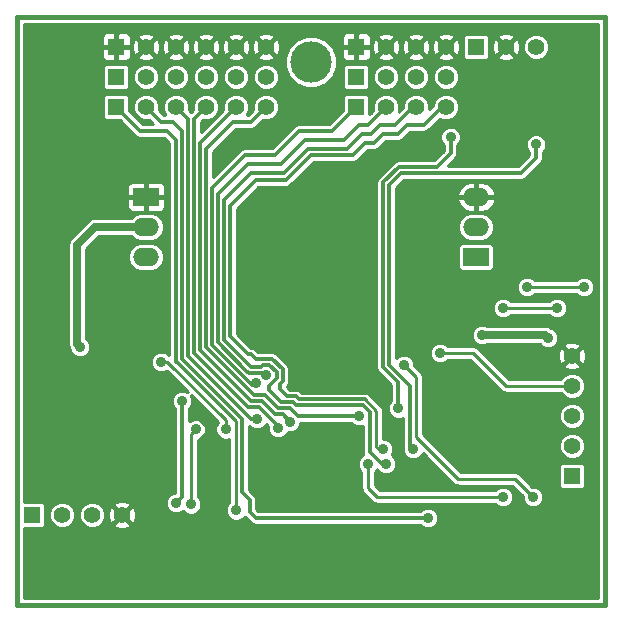
<source format=gbl>
G04 (created by PCBNEW-RS274X (2012-01-19 BZR 3256)-stable) date 3/31/2013 11:48:17 PM*
G01*
G70*
G90*
%MOIN*%
G04 Gerber Fmt 3.4, Leading zero omitted, Abs format*
%FSLAX34Y34*%
G04 APERTURE LIST*
%ADD10C,0.006000*%
%ADD11C,0.015000*%
%ADD12R,0.086600X0.060000*%
%ADD13O,0.086600X0.060000*%
%ADD14R,0.055000X0.055000*%
%ADD15C,0.055000*%
%ADD16C,0.137800*%
%ADD17C,0.035000*%
%ADD18C,0.013800*%
%ADD19C,0.027600*%
%ADD20C,0.011800*%
%ADD21C,0.009800*%
%ADD22C,0.010000*%
G04 APERTURE END LIST*
G54D10*
G54D11*
X27700Y-48600D02*
X27700Y-29000D01*
X47300Y-48600D02*
X27700Y-48600D01*
X47300Y-29000D02*
X47300Y-48600D01*
X27700Y-29000D02*
X47300Y-29000D01*
G54D12*
X43000Y-37000D03*
G54D13*
X43000Y-36000D03*
X43000Y-35000D03*
G54D12*
X32000Y-35000D03*
G54D13*
X32000Y-36000D03*
X32000Y-37000D03*
G54D14*
X43000Y-30000D03*
G54D15*
X44000Y-30000D03*
X45000Y-30000D03*
G54D14*
X31000Y-30000D03*
G54D15*
X32000Y-30000D03*
X33000Y-30000D03*
X34000Y-30000D03*
X35000Y-30000D03*
X36000Y-30000D03*
G54D14*
X39000Y-30000D03*
G54D15*
X40000Y-30000D03*
X41000Y-30000D03*
X42000Y-30000D03*
G54D14*
X39000Y-31000D03*
G54D15*
X40000Y-31000D03*
X41000Y-31000D03*
X42000Y-31000D03*
G54D14*
X39000Y-32000D03*
G54D15*
X40000Y-32000D03*
X41000Y-32000D03*
X42000Y-32000D03*
G54D14*
X31000Y-32000D03*
G54D15*
X32000Y-32000D03*
X33000Y-32000D03*
X34000Y-32000D03*
X35000Y-32000D03*
X36000Y-32000D03*
G54D14*
X31000Y-31000D03*
G54D15*
X32000Y-31000D03*
X33000Y-31000D03*
X34000Y-31000D03*
X35000Y-31000D03*
X36000Y-31000D03*
G54D14*
X28200Y-45600D03*
G54D15*
X29200Y-45600D03*
X30200Y-45600D03*
X31200Y-45600D03*
G54D14*
X46200Y-44300D03*
G54D15*
X46200Y-43300D03*
X46200Y-42300D03*
X46200Y-41300D03*
X46200Y-40300D03*
G54D16*
X37500Y-30500D03*
G54D17*
X33000Y-45200D03*
X33200Y-41800D03*
X43200Y-39600D03*
X45400Y-39700D03*
X29800Y-40000D03*
X40000Y-43900D03*
X39900Y-43400D03*
X35650Y-41200D03*
X36000Y-40950D03*
X42150Y-33000D03*
X40400Y-42050D03*
X45000Y-33250D03*
X40900Y-43400D03*
X40600Y-40600D03*
X44900Y-45000D03*
X35000Y-45450D03*
X41400Y-45700D03*
X41800Y-40200D03*
X35700Y-42400D03*
X39100Y-42300D03*
X36800Y-42500D03*
X46600Y-38000D03*
X44700Y-38000D03*
X45700Y-38700D03*
X43900Y-38700D03*
X36400Y-42700D03*
X43900Y-45000D03*
X39400Y-43900D03*
X33650Y-42750D03*
X33500Y-45250D03*
X34650Y-42750D03*
X32500Y-40500D03*
X42800Y-43500D03*
X33750Y-48000D03*
X46300Y-33750D03*
X36400Y-40100D03*
X45300Y-47600D03*
X44000Y-32750D03*
X28750Y-33750D03*
X30500Y-40000D03*
X37500Y-37750D03*
X37550Y-34950D03*
X44300Y-42100D03*
X40500Y-40100D03*
G54D18*
X33000Y-45200D02*
X33200Y-45000D01*
X33200Y-45000D02*
X33200Y-41800D01*
G54D19*
X45300Y-39600D02*
X43200Y-39600D01*
X45400Y-39700D02*
X45300Y-39600D01*
X29800Y-40000D02*
X29700Y-39900D01*
X29700Y-36700D02*
X29700Y-36600D01*
X30300Y-36000D02*
X32000Y-36000D01*
X29700Y-36600D02*
X30300Y-36000D01*
X29700Y-39900D02*
X29700Y-36700D01*
G54D20*
X39500Y-32900D02*
X39200Y-32900D01*
X35900Y-40600D02*
X36100Y-40600D01*
X39236Y-41950D02*
X37000Y-41950D01*
X36100Y-41450D02*
X36500Y-41850D01*
X39450Y-42164D02*
X39236Y-41950D01*
X36350Y-40850D02*
X36350Y-41050D01*
X36100Y-41300D02*
X36100Y-41450D01*
X35839Y-40661D02*
X35900Y-40600D01*
X39800Y-32600D02*
X39500Y-32900D01*
X34600Y-39772D02*
X35278Y-40450D01*
X36500Y-41850D02*
X36900Y-41850D01*
X37400Y-33400D02*
X36600Y-34200D01*
X35100Y-34600D02*
X34600Y-35100D01*
X39450Y-43500D02*
X39450Y-42164D01*
X35500Y-34200D02*
X35100Y-34600D01*
X41000Y-32000D02*
X40900Y-32000D01*
X35489Y-40661D02*
X35839Y-40661D01*
X35278Y-40450D02*
X35489Y-40661D01*
X40900Y-32000D02*
X40300Y-32600D01*
X39200Y-32900D02*
X38700Y-33400D01*
X36350Y-41050D02*
X36100Y-41300D01*
X34600Y-35100D02*
X34600Y-39772D01*
X39850Y-43900D02*
X39450Y-43500D01*
X39850Y-43900D02*
X40000Y-43900D01*
X36900Y-41850D02*
X37000Y-41950D01*
X38700Y-33400D02*
X37400Y-33400D01*
X40300Y-32600D02*
X39800Y-32600D01*
X36100Y-40600D02*
X36350Y-40850D01*
X36600Y-34200D02*
X35500Y-34200D01*
G54D21*
X39750Y-43400D02*
X39900Y-43400D01*
G54D20*
X35424Y-34675D02*
X34800Y-35299D01*
G54D21*
X39679Y-42125D02*
X39679Y-43329D01*
G54D20*
X40400Y-32900D02*
X39900Y-32900D01*
X37000Y-41650D02*
X36701Y-41650D01*
X35425Y-34675D02*
X35400Y-34700D01*
X35650Y-40400D02*
X35500Y-40250D01*
X39600Y-33200D02*
X39300Y-33200D01*
G54D21*
X39679Y-43329D02*
X39750Y-43400D01*
G54D20*
X34800Y-39650D02*
X35400Y-40250D01*
X36450Y-41399D02*
X36450Y-41250D01*
X36450Y-41250D02*
X36549Y-41151D01*
X36650Y-34450D02*
X35650Y-34450D01*
X39300Y-33200D02*
X38900Y-33600D01*
G54D21*
X39304Y-41750D02*
X39679Y-42125D01*
G54D20*
X35650Y-34450D02*
X35425Y-34675D01*
X34800Y-35299D02*
X34800Y-39650D01*
X37300Y-41750D02*
X37100Y-41750D01*
X36549Y-41151D02*
X36549Y-40749D01*
X37500Y-33600D02*
X36650Y-34450D01*
X42000Y-32000D02*
X41850Y-32000D01*
X40700Y-32600D02*
X40400Y-32900D01*
X39304Y-41750D02*
X37300Y-41750D01*
X41250Y-32600D02*
X40700Y-32600D01*
X36549Y-40749D02*
X36200Y-40400D01*
X37100Y-41750D02*
X37000Y-41650D01*
X36701Y-41650D02*
X36450Y-41399D01*
X38900Y-33600D02*
X37500Y-33600D01*
X39900Y-32900D02*
X39600Y-33200D01*
X36200Y-40400D02*
X35650Y-40400D01*
X35500Y-40250D02*
X35400Y-40250D01*
X41850Y-32000D02*
X41250Y-32600D01*
X35424Y-34675D02*
X35425Y-34675D01*
X34497Y-34400D02*
X34197Y-34700D01*
X35300Y-33600D02*
X36300Y-33600D01*
X34500Y-34400D02*
X34497Y-34400D01*
X34500Y-34400D02*
X35300Y-33600D01*
X39000Y-32000D02*
X38200Y-32800D01*
X36300Y-33600D02*
X37100Y-32800D01*
X35650Y-41200D02*
X35582Y-41268D01*
X34197Y-34700D02*
X34197Y-39933D01*
X34197Y-39933D02*
X35357Y-41093D01*
X35582Y-41268D02*
X35532Y-41268D01*
X35532Y-41268D02*
X35357Y-41093D01*
X37100Y-32800D02*
X38200Y-32800D01*
X35400Y-33900D02*
X36500Y-33900D01*
X36500Y-33900D02*
X37300Y-33100D01*
X34800Y-34500D02*
X34796Y-34500D01*
X35927Y-40877D02*
X35423Y-40877D01*
X35423Y-40877D02*
X35346Y-40800D01*
X34796Y-34500D02*
X34398Y-34898D01*
X34398Y-39852D02*
X35346Y-40800D01*
X36000Y-40950D02*
X35927Y-40877D01*
X39100Y-32600D02*
X39400Y-32600D01*
X34800Y-34500D02*
X35400Y-33900D01*
X34398Y-34898D02*
X34398Y-39852D01*
X38600Y-33100D02*
X39100Y-32600D01*
X39400Y-32600D02*
X40000Y-32000D01*
X37300Y-33100D02*
X38600Y-33100D01*
X42150Y-33000D02*
X42150Y-33550D01*
X39901Y-34517D02*
X39901Y-40683D01*
X40418Y-34000D02*
X39901Y-34517D01*
X40400Y-41182D02*
X40400Y-42050D01*
X41700Y-34000D02*
X40418Y-34000D01*
X39901Y-40683D02*
X40400Y-41182D01*
X42150Y-33550D02*
X41700Y-34000D01*
X45000Y-33700D02*
X44500Y-34200D01*
X40100Y-40600D02*
X40800Y-41300D01*
X45000Y-33250D02*
X45000Y-33700D01*
X40800Y-43300D02*
X40900Y-43400D01*
X40500Y-34200D02*
X40100Y-34600D01*
X40800Y-41300D02*
X40800Y-43300D01*
X40100Y-34600D02*
X40100Y-40600D01*
X44500Y-34200D02*
X40500Y-34200D01*
G54D21*
X44300Y-44400D02*
X42400Y-44400D01*
X42400Y-44400D02*
X41000Y-43000D01*
X44900Y-45000D02*
X44300Y-44400D01*
X41000Y-41000D02*
X41000Y-43000D01*
X40600Y-40600D02*
X41000Y-41000D01*
G54D20*
X33000Y-35000D02*
X33000Y-33100D01*
G54D21*
X35000Y-42468D02*
X35000Y-45450D01*
G54D20*
X32700Y-32800D02*
X31800Y-32800D01*
X33000Y-33100D02*
X32700Y-32800D01*
G54D21*
X33000Y-40500D02*
X33032Y-40500D01*
G54D20*
X33000Y-40500D02*
X33000Y-35000D01*
X31000Y-32000D02*
X31800Y-32800D01*
G54D21*
X33032Y-40500D02*
X35000Y-42468D01*
G54D20*
X35200Y-42400D02*
X35200Y-44850D01*
X32041Y-32041D02*
X32000Y-32000D01*
X33200Y-32800D02*
X32900Y-32500D01*
X33200Y-34918D02*
X33200Y-32800D01*
X33200Y-40400D02*
X35200Y-42400D01*
X35450Y-45100D02*
X35450Y-45500D01*
X32900Y-32500D02*
X32500Y-32500D01*
X32500Y-32500D02*
X32000Y-32000D01*
X33199Y-40399D02*
X33200Y-40400D01*
X33200Y-40400D02*
X33200Y-34918D01*
X35650Y-45700D02*
X37500Y-45700D01*
X35200Y-44850D02*
X35450Y-45100D01*
X35450Y-45500D02*
X35650Y-45700D01*
X37500Y-45700D02*
X41400Y-45700D01*
G54D21*
X41800Y-40200D02*
X42900Y-40200D01*
X42900Y-40200D02*
X44000Y-41300D01*
X44000Y-41300D02*
X46200Y-41300D01*
G54D20*
X35482Y-42400D02*
X35700Y-42400D01*
X33401Y-34836D02*
X33400Y-34836D01*
X33400Y-34836D02*
X33400Y-32400D01*
X33400Y-40318D02*
X33400Y-34837D01*
X33400Y-34837D02*
X33401Y-34836D01*
X33400Y-32400D02*
X33000Y-32000D01*
X33400Y-40318D02*
X35482Y-42400D01*
X33400Y-34836D02*
X33400Y-34836D01*
X33998Y-40016D02*
X33998Y-34002D01*
X37200Y-42300D02*
X37050Y-42300D01*
X35583Y-41601D02*
X33998Y-40016D01*
X36401Y-42051D02*
X35951Y-41601D01*
X35500Y-32500D02*
X36000Y-32000D01*
X33998Y-34002D02*
X33998Y-33402D01*
X35951Y-41601D02*
X35583Y-41601D01*
X39100Y-42300D02*
X37200Y-42300D01*
X37050Y-42300D02*
X36801Y-42051D01*
X34900Y-32500D02*
X35500Y-32500D01*
X36801Y-42051D02*
X36401Y-42051D01*
X33998Y-33402D02*
X34900Y-32500D01*
X35500Y-41800D02*
X35850Y-41800D01*
X33800Y-40100D02*
X35500Y-41800D01*
X36300Y-42250D02*
X36550Y-42250D01*
X33799Y-40099D02*
X33800Y-40100D01*
X33800Y-33200D02*
X35000Y-32000D01*
X33800Y-40100D02*
X33800Y-33200D01*
X35850Y-41800D02*
X36300Y-42250D01*
X36800Y-42500D02*
X36550Y-42250D01*
G54D21*
X46600Y-38000D02*
X44700Y-38000D01*
X43900Y-38700D02*
X45700Y-38700D01*
G54D20*
X33600Y-34800D02*
X33600Y-34500D01*
X35400Y-42000D02*
X33600Y-40200D01*
X33600Y-34500D02*
X33600Y-32400D01*
X36400Y-42700D02*
X36400Y-42650D01*
X33600Y-32400D02*
X34000Y-32000D01*
X36400Y-42650D02*
X35750Y-42000D01*
X33600Y-40200D02*
X33600Y-34800D01*
X35750Y-42000D02*
X35400Y-42000D01*
G54D21*
X39400Y-43900D02*
X39400Y-44700D01*
X39700Y-45000D02*
X43900Y-45000D01*
X39400Y-44700D02*
X39700Y-45000D01*
X33650Y-42750D02*
X33500Y-42900D01*
X33500Y-42900D02*
X33500Y-45250D01*
X34650Y-42450D02*
X34650Y-42750D01*
X32700Y-40500D02*
X34650Y-42450D01*
X32500Y-40500D02*
X32700Y-40500D01*
G54D10*
G36*
X47054Y-48354D02*
X46945Y-48354D01*
X46945Y-38069D01*
X46945Y-37932D01*
X46893Y-37805D01*
X46796Y-37708D01*
X46669Y-37655D01*
X46532Y-37655D01*
X46405Y-37707D01*
X46332Y-37780D01*
X45445Y-37780D01*
X45445Y-30089D01*
X45445Y-29912D01*
X45377Y-29748D01*
X45252Y-29623D01*
X45089Y-29555D01*
X44912Y-29555D01*
X44748Y-29623D01*
X44623Y-29748D01*
X44555Y-29911D01*
X44555Y-30088D01*
X44623Y-30252D01*
X44748Y-30377D01*
X44911Y-30445D01*
X45088Y-30445D01*
X45252Y-30377D01*
X45377Y-30252D01*
X45445Y-30089D01*
X45445Y-37780D01*
X45345Y-37780D01*
X45345Y-33319D01*
X45345Y-33182D01*
X45293Y-33055D01*
X45196Y-32958D01*
X45069Y-32905D01*
X44932Y-32905D01*
X44805Y-32957D01*
X44708Y-33054D01*
X44655Y-33181D01*
X44655Y-33318D01*
X44707Y-33445D01*
X44770Y-33508D01*
X44770Y-33604D01*
X44474Y-33900D01*
X44474Y-30083D01*
X44470Y-29895D01*
X44407Y-29742D01*
X44325Y-29718D01*
X44282Y-29760D01*
X44282Y-29675D01*
X44258Y-29593D01*
X44083Y-29526D01*
X43895Y-29530D01*
X43742Y-29593D01*
X43718Y-29675D01*
X44000Y-29958D01*
X44282Y-29675D01*
X44282Y-29760D01*
X44042Y-30000D01*
X44325Y-30282D01*
X44407Y-30258D01*
X44474Y-30083D01*
X44474Y-33900D01*
X44404Y-33970D01*
X44282Y-33970D01*
X44282Y-30325D01*
X44000Y-30042D01*
X43958Y-30084D01*
X43958Y-30000D01*
X43675Y-29718D01*
X43593Y-29742D01*
X43526Y-29917D01*
X43530Y-30105D01*
X43593Y-30258D01*
X43675Y-30282D01*
X43958Y-30000D01*
X43958Y-30084D01*
X43718Y-30325D01*
X43742Y-30407D01*
X43917Y-30474D01*
X44105Y-30470D01*
X44258Y-30407D01*
X44282Y-30325D01*
X44282Y-33970D01*
X43446Y-33970D01*
X43446Y-30309D01*
X43446Y-30241D01*
X43446Y-29691D01*
X43420Y-29628D01*
X43372Y-29580D01*
X43309Y-29554D01*
X43241Y-29554D01*
X42691Y-29554D01*
X42628Y-29580D01*
X42580Y-29628D01*
X42554Y-29691D01*
X42554Y-29759D01*
X42554Y-30309D01*
X42580Y-30372D01*
X42628Y-30420D01*
X42691Y-30446D01*
X42759Y-30446D01*
X43309Y-30446D01*
X43372Y-30420D01*
X43420Y-30372D01*
X43446Y-30309D01*
X43446Y-33970D01*
X42055Y-33970D01*
X42310Y-33714D01*
X42312Y-33713D01*
X42313Y-33713D01*
X42362Y-33638D01*
X42380Y-33550D01*
X42380Y-33258D01*
X42442Y-33196D01*
X42495Y-33069D01*
X42495Y-32932D01*
X42474Y-32880D01*
X42474Y-30083D01*
X42470Y-29895D01*
X42407Y-29742D01*
X42325Y-29718D01*
X42282Y-29760D01*
X42282Y-29675D01*
X42258Y-29593D01*
X42083Y-29526D01*
X41895Y-29530D01*
X41742Y-29593D01*
X41718Y-29675D01*
X42000Y-29958D01*
X42282Y-29675D01*
X42282Y-29760D01*
X42042Y-30000D01*
X42325Y-30282D01*
X42407Y-30258D01*
X42474Y-30083D01*
X42474Y-32880D01*
X42443Y-32805D01*
X42346Y-32708D01*
X42219Y-32655D01*
X42082Y-32655D01*
X41955Y-32707D01*
X41858Y-32804D01*
X41805Y-32931D01*
X41805Y-33068D01*
X41857Y-33195D01*
X41920Y-33258D01*
X41920Y-33454D01*
X41604Y-33770D01*
X40418Y-33770D01*
X40330Y-33788D01*
X40255Y-33837D01*
X39738Y-34354D01*
X39689Y-34429D01*
X39670Y-34517D01*
X39671Y-34521D01*
X39671Y-40678D01*
X39670Y-40683D01*
X39689Y-40771D01*
X39738Y-40846D01*
X40170Y-41277D01*
X40170Y-41792D01*
X40108Y-41854D01*
X40055Y-41981D01*
X40055Y-42118D01*
X40107Y-42245D01*
X40204Y-42342D01*
X40331Y-42395D01*
X40468Y-42395D01*
X40570Y-42353D01*
X40570Y-43294D01*
X40570Y-43295D01*
X40555Y-43331D01*
X40555Y-43468D01*
X40607Y-43595D01*
X40704Y-43692D01*
X40831Y-43745D01*
X40968Y-43745D01*
X41095Y-43693D01*
X41192Y-43596D01*
X41219Y-43530D01*
X42242Y-44553D01*
X42244Y-44556D01*
X42315Y-44602D01*
X42316Y-44603D01*
X42382Y-44616D01*
X42399Y-44620D01*
X42399Y-44619D01*
X42400Y-44620D01*
X44208Y-44620D01*
X44555Y-44966D01*
X44555Y-45068D01*
X44607Y-45195D01*
X44704Y-45292D01*
X44831Y-45345D01*
X44968Y-45345D01*
X45095Y-45293D01*
X45192Y-45196D01*
X45245Y-45069D01*
X45245Y-44932D01*
X45193Y-44805D01*
X45096Y-44708D01*
X44969Y-44655D01*
X44866Y-44655D01*
X44456Y-44244D01*
X44384Y-44197D01*
X44300Y-44179D01*
X44295Y-44180D01*
X42491Y-44180D01*
X41220Y-42908D01*
X41220Y-41000D01*
X41203Y-40916D01*
X41202Y-40915D01*
X41156Y-40844D01*
X41153Y-40842D01*
X40945Y-40633D01*
X40945Y-40532D01*
X40893Y-40405D01*
X40796Y-40308D01*
X40669Y-40255D01*
X40532Y-40255D01*
X40405Y-40307D01*
X40330Y-40382D01*
X40330Y-34695D01*
X40595Y-34430D01*
X44495Y-34430D01*
X44500Y-34431D01*
X44500Y-34430D01*
X44588Y-34412D01*
X44663Y-34363D01*
X45163Y-33863D01*
X45212Y-33788D01*
X45230Y-33700D01*
X45230Y-33508D01*
X45292Y-33446D01*
X45345Y-33319D01*
X45345Y-37780D01*
X44968Y-37780D01*
X44896Y-37708D01*
X44769Y-37655D01*
X44632Y-37655D01*
X44505Y-37707D01*
X44408Y-37804D01*
X44355Y-37931D01*
X44355Y-38068D01*
X44407Y-38195D01*
X44504Y-38292D01*
X44631Y-38345D01*
X44768Y-38345D01*
X44895Y-38293D01*
X44968Y-38220D01*
X46332Y-38220D01*
X46404Y-38292D01*
X46531Y-38345D01*
X46668Y-38345D01*
X46795Y-38293D01*
X46892Y-38196D01*
X46945Y-38069D01*
X46945Y-48354D01*
X46674Y-48354D01*
X46674Y-40383D01*
X46670Y-40195D01*
X46607Y-40042D01*
X46525Y-40018D01*
X46482Y-40060D01*
X46482Y-39975D01*
X46458Y-39893D01*
X46283Y-39826D01*
X46095Y-39830D01*
X46045Y-39850D01*
X46045Y-38769D01*
X46045Y-38632D01*
X45993Y-38505D01*
X45896Y-38408D01*
X45769Y-38355D01*
X45632Y-38355D01*
X45505Y-38407D01*
X45432Y-38480D01*
X44168Y-38480D01*
X44096Y-38408D01*
X43969Y-38355D01*
X43832Y-38355D01*
X43705Y-38407D01*
X43628Y-38484D01*
X43628Y-35109D01*
X43628Y-34891D01*
X43615Y-34839D01*
X43517Y-34667D01*
X43360Y-34545D01*
X43169Y-34493D01*
X43030Y-34493D01*
X43030Y-34970D01*
X43588Y-34970D01*
X43628Y-34891D01*
X43628Y-35109D01*
X43588Y-35030D01*
X43030Y-35030D01*
X43030Y-35507D01*
X43169Y-35507D01*
X43360Y-35455D01*
X43517Y-35333D01*
X43615Y-35161D01*
X43628Y-35109D01*
X43628Y-38484D01*
X43608Y-38504D01*
X43606Y-38508D01*
X43606Y-36093D01*
X43606Y-35909D01*
X43536Y-35739D01*
X43406Y-35609D01*
X43237Y-35538D01*
X43053Y-35538D01*
X42970Y-35538D01*
X42970Y-35507D01*
X42970Y-35030D01*
X42970Y-34970D01*
X42970Y-34493D01*
X42831Y-34493D01*
X42640Y-34545D01*
X42483Y-34667D01*
X42385Y-34839D01*
X42372Y-34891D01*
X42412Y-34970D01*
X42970Y-34970D01*
X42970Y-35030D01*
X42412Y-35030D01*
X42372Y-35109D01*
X42385Y-35161D01*
X42483Y-35333D01*
X42640Y-35455D01*
X42831Y-35507D01*
X42970Y-35507D01*
X42970Y-35538D01*
X42765Y-35538D01*
X42595Y-35608D01*
X42465Y-35738D01*
X42394Y-35907D01*
X42394Y-36091D01*
X42464Y-36261D01*
X42594Y-36391D01*
X42763Y-36462D01*
X42947Y-36462D01*
X43235Y-36462D01*
X43405Y-36392D01*
X43535Y-36262D01*
X43606Y-36093D01*
X43606Y-38508D01*
X43604Y-38513D01*
X43604Y-37334D01*
X43604Y-37266D01*
X43604Y-36666D01*
X43578Y-36603D01*
X43530Y-36555D01*
X43467Y-36529D01*
X43399Y-36529D01*
X42533Y-36529D01*
X42470Y-36555D01*
X42422Y-36603D01*
X42396Y-36666D01*
X42396Y-36734D01*
X42396Y-37334D01*
X42422Y-37397D01*
X42470Y-37445D01*
X42533Y-37471D01*
X42601Y-37471D01*
X43467Y-37471D01*
X43530Y-37445D01*
X43578Y-37397D01*
X43604Y-37334D01*
X43604Y-38513D01*
X43555Y-38631D01*
X43555Y-38768D01*
X43607Y-38895D01*
X43704Y-38992D01*
X43831Y-39045D01*
X43968Y-39045D01*
X44095Y-38993D01*
X44168Y-38920D01*
X45432Y-38920D01*
X45504Y-38992D01*
X45631Y-39045D01*
X45768Y-39045D01*
X45895Y-38993D01*
X45992Y-38896D01*
X46045Y-38769D01*
X46045Y-39850D01*
X45942Y-39893D01*
X45918Y-39975D01*
X46200Y-40258D01*
X46482Y-39975D01*
X46482Y-40060D01*
X46242Y-40300D01*
X46525Y-40582D01*
X46607Y-40558D01*
X46674Y-40383D01*
X46674Y-48354D01*
X46646Y-48354D01*
X46646Y-44609D01*
X46646Y-44541D01*
X46646Y-43991D01*
X46645Y-43988D01*
X46645Y-43389D01*
X46645Y-43212D01*
X46645Y-42389D01*
X46645Y-42212D01*
X46645Y-41389D01*
X46645Y-41212D01*
X46577Y-41048D01*
X46482Y-40953D01*
X46482Y-40625D01*
X46200Y-40342D01*
X46158Y-40384D01*
X46158Y-40300D01*
X45875Y-40018D01*
X45793Y-40042D01*
X45745Y-40167D01*
X45745Y-39769D01*
X45745Y-39632D01*
X45693Y-39505D01*
X45596Y-39408D01*
X45492Y-39364D01*
X45418Y-39315D01*
X45300Y-39291D01*
X43355Y-39291D01*
X43269Y-39255D01*
X43132Y-39255D01*
X43005Y-39307D01*
X42908Y-39404D01*
X42855Y-39531D01*
X42855Y-39668D01*
X42907Y-39795D01*
X43004Y-39892D01*
X43131Y-39945D01*
X43268Y-39945D01*
X43355Y-39909D01*
X45121Y-39909D01*
X45204Y-39992D01*
X45331Y-40045D01*
X45468Y-40045D01*
X45595Y-39993D01*
X45692Y-39896D01*
X45745Y-39769D01*
X45745Y-40167D01*
X45726Y-40217D01*
X45730Y-40405D01*
X45793Y-40558D01*
X45875Y-40582D01*
X46158Y-40300D01*
X46158Y-40384D01*
X45918Y-40625D01*
X45942Y-40707D01*
X46117Y-40774D01*
X46305Y-40770D01*
X46458Y-40707D01*
X46482Y-40625D01*
X46482Y-40953D01*
X46452Y-40923D01*
X46289Y-40855D01*
X46112Y-40855D01*
X45948Y-40923D01*
X45823Y-41048D01*
X45809Y-41080D01*
X44091Y-41080D01*
X43056Y-40044D01*
X42984Y-39997D01*
X42900Y-39979D01*
X42895Y-39980D01*
X42068Y-39980D01*
X41996Y-39908D01*
X41869Y-39855D01*
X41732Y-39855D01*
X41605Y-39907D01*
X41508Y-40004D01*
X41455Y-40131D01*
X41455Y-40268D01*
X41507Y-40395D01*
X41604Y-40492D01*
X41731Y-40545D01*
X41868Y-40545D01*
X41995Y-40493D01*
X42068Y-40420D01*
X42808Y-40420D01*
X43842Y-41453D01*
X43844Y-41456D01*
X43915Y-41502D01*
X43916Y-41503D01*
X44000Y-41520D01*
X45809Y-41520D01*
X45823Y-41552D01*
X45948Y-41677D01*
X46111Y-41745D01*
X46288Y-41745D01*
X46452Y-41677D01*
X46577Y-41552D01*
X46645Y-41389D01*
X46645Y-42212D01*
X46577Y-42048D01*
X46452Y-41923D01*
X46289Y-41855D01*
X46112Y-41855D01*
X45948Y-41923D01*
X45823Y-42048D01*
X45755Y-42211D01*
X45755Y-42388D01*
X45823Y-42552D01*
X45948Y-42677D01*
X46111Y-42745D01*
X46288Y-42745D01*
X46452Y-42677D01*
X46577Y-42552D01*
X46645Y-42389D01*
X46645Y-43212D01*
X46577Y-43048D01*
X46452Y-42923D01*
X46289Y-42855D01*
X46112Y-42855D01*
X45948Y-42923D01*
X45823Y-43048D01*
X45755Y-43211D01*
X45755Y-43388D01*
X45823Y-43552D01*
X45948Y-43677D01*
X46111Y-43745D01*
X46288Y-43745D01*
X46452Y-43677D01*
X46577Y-43552D01*
X46645Y-43389D01*
X46645Y-43988D01*
X46620Y-43928D01*
X46572Y-43880D01*
X46509Y-43854D01*
X46441Y-43854D01*
X45891Y-43854D01*
X45828Y-43880D01*
X45780Y-43928D01*
X45754Y-43991D01*
X45754Y-44059D01*
X45754Y-44609D01*
X45780Y-44672D01*
X45828Y-44720D01*
X45891Y-44746D01*
X45959Y-44746D01*
X46509Y-44746D01*
X46572Y-44720D01*
X46620Y-44672D01*
X46646Y-44609D01*
X46646Y-48354D01*
X44245Y-48354D01*
X44245Y-45069D01*
X44245Y-44932D01*
X44193Y-44805D01*
X44096Y-44708D01*
X43969Y-44655D01*
X43832Y-44655D01*
X43705Y-44707D01*
X43632Y-44780D01*
X39791Y-44780D01*
X39620Y-44608D01*
X39620Y-44168D01*
X39692Y-44096D01*
X39699Y-44077D01*
X39707Y-44095D01*
X39804Y-44192D01*
X39931Y-44245D01*
X40068Y-44245D01*
X40195Y-44193D01*
X40292Y-44096D01*
X40345Y-43969D01*
X40345Y-43832D01*
X40293Y-43705D01*
X40196Y-43608D01*
X40184Y-43603D01*
X40192Y-43596D01*
X40245Y-43469D01*
X40245Y-43332D01*
X40193Y-43205D01*
X40096Y-43108D01*
X39969Y-43055D01*
X39899Y-43055D01*
X39899Y-42125D01*
X39882Y-42041D01*
X39835Y-41969D01*
X39832Y-41967D01*
X39493Y-41627D01*
X39467Y-41587D01*
X39392Y-41538D01*
X39304Y-41520D01*
X37300Y-41520D01*
X37195Y-41520D01*
X37163Y-41487D01*
X37088Y-41438D01*
X37000Y-41419D01*
X36995Y-41420D01*
X36796Y-41420D01*
X36701Y-41324D01*
X36712Y-41314D01*
X36761Y-41239D01*
X36779Y-41151D01*
X36780Y-41151D01*
X36779Y-41146D01*
X36779Y-40749D01*
X36761Y-40661D01*
X36712Y-40586D01*
X36709Y-40584D01*
X36363Y-40237D01*
X36288Y-40188D01*
X36200Y-40169D01*
X36195Y-40170D01*
X35746Y-40170D01*
X35663Y-40087D01*
X35588Y-40038D01*
X35500Y-40019D01*
X35495Y-40020D01*
X35030Y-39554D01*
X35030Y-35394D01*
X35557Y-34866D01*
X35563Y-34863D01*
X35585Y-34839D01*
X35586Y-34838D01*
X35587Y-34838D01*
X35588Y-34838D01*
X35745Y-34680D01*
X36645Y-34680D01*
X36650Y-34681D01*
X36650Y-34680D01*
X36738Y-34662D01*
X36813Y-34613D01*
X37596Y-33830D01*
X38895Y-33830D01*
X38900Y-33831D01*
X38900Y-33830D01*
X38988Y-33812D01*
X39063Y-33763D01*
X39395Y-33430D01*
X39595Y-33430D01*
X39600Y-33431D01*
X39600Y-33430D01*
X39688Y-33412D01*
X39763Y-33363D01*
X39995Y-33130D01*
X40395Y-33130D01*
X40400Y-33131D01*
X40400Y-33130D01*
X40488Y-33112D01*
X40563Y-33063D01*
X40795Y-32830D01*
X41245Y-32830D01*
X41250Y-32831D01*
X41250Y-32830D01*
X41338Y-32812D01*
X41413Y-32763D01*
X41783Y-32391D01*
X41911Y-32445D01*
X42088Y-32445D01*
X42252Y-32377D01*
X42377Y-32252D01*
X42445Y-32089D01*
X42445Y-31912D01*
X42445Y-31089D01*
X42445Y-30912D01*
X42377Y-30748D01*
X42282Y-30653D01*
X42282Y-30325D01*
X42000Y-30042D01*
X41958Y-30084D01*
X41958Y-30000D01*
X41675Y-29718D01*
X41593Y-29742D01*
X41526Y-29917D01*
X41530Y-30105D01*
X41593Y-30258D01*
X41675Y-30282D01*
X41958Y-30000D01*
X41958Y-30084D01*
X41718Y-30325D01*
X41742Y-30407D01*
X41917Y-30474D01*
X42105Y-30470D01*
X42258Y-30407D01*
X42282Y-30325D01*
X42282Y-30653D01*
X42252Y-30623D01*
X42089Y-30555D01*
X41912Y-30555D01*
X41748Y-30623D01*
X41623Y-30748D01*
X41555Y-30911D01*
X41555Y-31088D01*
X41623Y-31252D01*
X41748Y-31377D01*
X41911Y-31445D01*
X42088Y-31445D01*
X42252Y-31377D01*
X42377Y-31252D01*
X42445Y-31089D01*
X42445Y-31912D01*
X42377Y-31748D01*
X42252Y-31623D01*
X42089Y-31555D01*
X41912Y-31555D01*
X41748Y-31623D01*
X41623Y-31748D01*
X41555Y-31911D01*
X41555Y-31969D01*
X41474Y-32050D01*
X41474Y-30083D01*
X41470Y-29895D01*
X41407Y-29742D01*
X41325Y-29718D01*
X41282Y-29760D01*
X41282Y-29675D01*
X41258Y-29593D01*
X41083Y-29526D01*
X40895Y-29530D01*
X40742Y-29593D01*
X40718Y-29675D01*
X41000Y-29958D01*
X41282Y-29675D01*
X41282Y-29760D01*
X41042Y-30000D01*
X41325Y-30282D01*
X41407Y-30258D01*
X41474Y-30083D01*
X41474Y-32050D01*
X41445Y-32079D01*
X41445Y-31912D01*
X41445Y-31089D01*
X41445Y-30912D01*
X41377Y-30748D01*
X41282Y-30653D01*
X41282Y-30325D01*
X41000Y-30042D01*
X40958Y-30084D01*
X40958Y-30000D01*
X40675Y-29718D01*
X40593Y-29742D01*
X40526Y-29917D01*
X40530Y-30105D01*
X40593Y-30258D01*
X40675Y-30282D01*
X40958Y-30000D01*
X40958Y-30084D01*
X40718Y-30325D01*
X40742Y-30407D01*
X40917Y-30474D01*
X41105Y-30470D01*
X41258Y-30407D01*
X41282Y-30325D01*
X41282Y-30653D01*
X41252Y-30623D01*
X41089Y-30555D01*
X40912Y-30555D01*
X40748Y-30623D01*
X40623Y-30748D01*
X40555Y-30911D01*
X40555Y-31088D01*
X40623Y-31252D01*
X40748Y-31377D01*
X40911Y-31445D01*
X41088Y-31445D01*
X41252Y-31377D01*
X41377Y-31252D01*
X41445Y-31089D01*
X41445Y-31912D01*
X41377Y-31748D01*
X41252Y-31623D01*
X41089Y-31555D01*
X40912Y-31555D01*
X40748Y-31623D01*
X40623Y-31748D01*
X40555Y-31911D01*
X40555Y-32019D01*
X40474Y-32100D01*
X40474Y-30083D01*
X40470Y-29895D01*
X40407Y-29742D01*
X40325Y-29718D01*
X40282Y-29760D01*
X40282Y-29675D01*
X40258Y-29593D01*
X40083Y-29526D01*
X39895Y-29530D01*
X39742Y-29593D01*
X39718Y-29675D01*
X40000Y-29958D01*
X40282Y-29675D01*
X40282Y-29760D01*
X40042Y-30000D01*
X40325Y-30282D01*
X40407Y-30258D01*
X40474Y-30083D01*
X40474Y-32100D01*
X40416Y-32158D01*
X40445Y-32089D01*
X40445Y-31912D01*
X40445Y-31089D01*
X40445Y-30912D01*
X40377Y-30748D01*
X40282Y-30653D01*
X40282Y-30325D01*
X40000Y-30042D01*
X39958Y-30084D01*
X39958Y-30000D01*
X39675Y-29718D01*
X39593Y-29742D01*
X39526Y-29917D01*
X39530Y-30105D01*
X39593Y-30258D01*
X39675Y-30282D01*
X39958Y-30000D01*
X39958Y-30084D01*
X39718Y-30325D01*
X39742Y-30407D01*
X39917Y-30474D01*
X40105Y-30470D01*
X40258Y-30407D01*
X40282Y-30325D01*
X40282Y-30653D01*
X40252Y-30623D01*
X40089Y-30555D01*
X39912Y-30555D01*
X39748Y-30623D01*
X39623Y-30748D01*
X39555Y-30911D01*
X39555Y-31088D01*
X39623Y-31252D01*
X39748Y-31377D01*
X39911Y-31445D01*
X40088Y-31445D01*
X40252Y-31377D01*
X40377Y-31252D01*
X40445Y-31089D01*
X40445Y-31912D01*
X40377Y-31748D01*
X40252Y-31623D01*
X40089Y-31555D01*
X39912Y-31555D01*
X39748Y-31623D01*
X39623Y-31748D01*
X39555Y-31911D01*
X39555Y-32088D01*
X39564Y-32110D01*
X39482Y-32192D01*
X39482Y-30316D01*
X39482Y-30234D01*
X39482Y-30081D01*
X39482Y-29919D01*
X39482Y-29766D01*
X39482Y-29684D01*
X39450Y-29608D01*
X39392Y-29549D01*
X39316Y-29518D01*
X39081Y-29518D01*
X39030Y-29569D01*
X39030Y-29970D01*
X39431Y-29970D01*
X39482Y-29919D01*
X39482Y-30081D01*
X39431Y-30030D01*
X39030Y-30030D01*
X39030Y-30431D01*
X39081Y-30482D01*
X39316Y-30482D01*
X39392Y-30451D01*
X39450Y-30392D01*
X39482Y-30316D01*
X39482Y-32192D01*
X39446Y-32228D01*
X39446Y-31691D01*
X39446Y-31309D01*
X39446Y-31241D01*
X39446Y-30691D01*
X39420Y-30628D01*
X39372Y-30580D01*
X39309Y-30554D01*
X39241Y-30554D01*
X38970Y-30554D01*
X38970Y-30431D01*
X38970Y-30030D01*
X38970Y-29970D01*
X38970Y-29569D01*
X38919Y-29518D01*
X38684Y-29518D01*
X38608Y-29549D01*
X38550Y-29608D01*
X38518Y-29684D01*
X38518Y-29766D01*
X38518Y-29919D01*
X38569Y-29970D01*
X38970Y-29970D01*
X38970Y-30030D01*
X38569Y-30030D01*
X38518Y-30081D01*
X38518Y-30234D01*
X38518Y-30316D01*
X38550Y-30392D01*
X38608Y-30451D01*
X38684Y-30482D01*
X38919Y-30482D01*
X38970Y-30431D01*
X38970Y-30554D01*
X38691Y-30554D01*
X38628Y-30580D01*
X38580Y-30628D01*
X38554Y-30691D01*
X38554Y-30759D01*
X38554Y-31309D01*
X38580Y-31372D01*
X38628Y-31420D01*
X38691Y-31446D01*
X38759Y-31446D01*
X39309Y-31446D01*
X39372Y-31420D01*
X39420Y-31372D01*
X39446Y-31309D01*
X39446Y-31691D01*
X39420Y-31628D01*
X39372Y-31580D01*
X39309Y-31554D01*
X39241Y-31554D01*
X38691Y-31554D01*
X38628Y-31580D01*
X38580Y-31628D01*
X38554Y-31691D01*
X38554Y-31759D01*
X38554Y-32120D01*
X38359Y-32315D01*
X38359Y-30672D01*
X38359Y-30330D01*
X38229Y-30014D01*
X37987Y-29772D01*
X37672Y-29641D01*
X37330Y-29641D01*
X37014Y-29771D01*
X36772Y-30013D01*
X36641Y-30328D01*
X36641Y-30670D01*
X36771Y-30986D01*
X37013Y-31228D01*
X37328Y-31359D01*
X37670Y-31359D01*
X37986Y-31229D01*
X38228Y-30987D01*
X38359Y-30672D01*
X38359Y-32315D01*
X38104Y-32570D01*
X37100Y-32570D01*
X37012Y-32588D01*
X36937Y-32637D01*
X36935Y-32639D01*
X36474Y-33100D01*
X36474Y-30083D01*
X36470Y-29895D01*
X36407Y-29742D01*
X36325Y-29718D01*
X36282Y-29760D01*
X36282Y-29675D01*
X36258Y-29593D01*
X36083Y-29526D01*
X35895Y-29530D01*
X35742Y-29593D01*
X35718Y-29675D01*
X36000Y-29958D01*
X36282Y-29675D01*
X36282Y-29760D01*
X36042Y-30000D01*
X36325Y-30282D01*
X36407Y-30258D01*
X36474Y-30083D01*
X36474Y-33100D01*
X36204Y-33370D01*
X35300Y-33370D01*
X35212Y-33388D01*
X35137Y-33437D01*
X35135Y-33439D01*
X34342Y-34231D01*
X34340Y-34233D01*
X34334Y-34237D01*
X34332Y-34239D01*
X34228Y-34343D01*
X34228Y-34002D01*
X34228Y-33497D01*
X34995Y-32730D01*
X35495Y-32730D01*
X35500Y-32731D01*
X35500Y-32730D01*
X35588Y-32712D01*
X35663Y-32663D01*
X35889Y-32436D01*
X35911Y-32445D01*
X36088Y-32445D01*
X36252Y-32377D01*
X36377Y-32252D01*
X36445Y-32089D01*
X36445Y-31912D01*
X36445Y-31089D01*
X36445Y-30912D01*
X36377Y-30748D01*
X36282Y-30653D01*
X36282Y-30325D01*
X36000Y-30042D01*
X35958Y-30084D01*
X35958Y-30000D01*
X35675Y-29718D01*
X35593Y-29742D01*
X35526Y-29917D01*
X35530Y-30105D01*
X35593Y-30258D01*
X35675Y-30282D01*
X35958Y-30000D01*
X35958Y-30084D01*
X35718Y-30325D01*
X35742Y-30407D01*
X35917Y-30474D01*
X36105Y-30470D01*
X36258Y-30407D01*
X36282Y-30325D01*
X36282Y-30653D01*
X36252Y-30623D01*
X36089Y-30555D01*
X35912Y-30555D01*
X35748Y-30623D01*
X35623Y-30748D01*
X35555Y-30911D01*
X35555Y-31088D01*
X35623Y-31252D01*
X35748Y-31377D01*
X35911Y-31445D01*
X36088Y-31445D01*
X36252Y-31377D01*
X36377Y-31252D01*
X36445Y-31089D01*
X36445Y-31912D01*
X36377Y-31748D01*
X36252Y-31623D01*
X36089Y-31555D01*
X35912Y-31555D01*
X35748Y-31623D01*
X35623Y-31748D01*
X35555Y-31911D01*
X35555Y-32088D01*
X35564Y-32109D01*
X35474Y-32199D01*
X35474Y-30083D01*
X35470Y-29895D01*
X35407Y-29742D01*
X35325Y-29718D01*
X35282Y-29760D01*
X35282Y-29675D01*
X35258Y-29593D01*
X35083Y-29526D01*
X34895Y-29530D01*
X34742Y-29593D01*
X34718Y-29675D01*
X35000Y-29958D01*
X35282Y-29675D01*
X35282Y-29760D01*
X35042Y-30000D01*
X35325Y-30282D01*
X35407Y-30258D01*
X35474Y-30083D01*
X35474Y-32199D01*
X35404Y-32270D01*
X35359Y-32270D01*
X35377Y-32252D01*
X35445Y-32089D01*
X35445Y-31912D01*
X35445Y-31089D01*
X35445Y-30912D01*
X35377Y-30748D01*
X35282Y-30653D01*
X35282Y-30325D01*
X35000Y-30042D01*
X34958Y-30084D01*
X34958Y-30000D01*
X34675Y-29718D01*
X34593Y-29742D01*
X34526Y-29917D01*
X34530Y-30105D01*
X34593Y-30258D01*
X34675Y-30282D01*
X34958Y-30000D01*
X34958Y-30084D01*
X34718Y-30325D01*
X34742Y-30407D01*
X34917Y-30474D01*
X35105Y-30470D01*
X35258Y-30407D01*
X35282Y-30325D01*
X35282Y-30653D01*
X35252Y-30623D01*
X35089Y-30555D01*
X34912Y-30555D01*
X34748Y-30623D01*
X34623Y-30748D01*
X34555Y-30911D01*
X34555Y-31088D01*
X34623Y-31252D01*
X34748Y-31377D01*
X34911Y-31445D01*
X35088Y-31445D01*
X35252Y-31377D01*
X35377Y-31252D01*
X35445Y-31089D01*
X35445Y-31912D01*
X35377Y-31748D01*
X35252Y-31623D01*
X35089Y-31555D01*
X34912Y-31555D01*
X34748Y-31623D01*
X34623Y-31748D01*
X34555Y-31911D01*
X34555Y-32088D01*
X34564Y-32109D01*
X34474Y-32199D01*
X34474Y-30083D01*
X34470Y-29895D01*
X34407Y-29742D01*
X34325Y-29718D01*
X34282Y-29760D01*
X34282Y-29675D01*
X34258Y-29593D01*
X34083Y-29526D01*
X33895Y-29530D01*
X33742Y-29593D01*
X33718Y-29675D01*
X34000Y-29958D01*
X34282Y-29675D01*
X34282Y-29760D01*
X34042Y-30000D01*
X34325Y-30282D01*
X34407Y-30258D01*
X34474Y-30083D01*
X34474Y-32199D01*
X33830Y-32844D01*
X33830Y-32495D01*
X33889Y-32436D01*
X33911Y-32445D01*
X34088Y-32445D01*
X34252Y-32377D01*
X34377Y-32252D01*
X34445Y-32089D01*
X34445Y-31912D01*
X34445Y-31089D01*
X34445Y-30912D01*
X34377Y-30748D01*
X34282Y-30653D01*
X34282Y-30325D01*
X34000Y-30042D01*
X33958Y-30084D01*
X33958Y-30000D01*
X33675Y-29718D01*
X33593Y-29742D01*
X33526Y-29917D01*
X33530Y-30105D01*
X33593Y-30258D01*
X33675Y-30282D01*
X33958Y-30000D01*
X33958Y-30084D01*
X33718Y-30325D01*
X33742Y-30407D01*
X33917Y-30474D01*
X34105Y-30470D01*
X34258Y-30407D01*
X34282Y-30325D01*
X34282Y-30653D01*
X34252Y-30623D01*
X34089Y-30555D01*
X33912Y-30555D01*
X33748Y-30623D01*
X33623Y-30748D01*
X33555Y-30911D01*
X33555Y-31088D01*
X33623Y-31252D01*
X33748Y-31377D01*
X33911Y-31445D01*
X34088Y-31445D01*
X34252Y-31377D01*
X34377Y-31252D01*
X34445Y-31089D01*
X34445Y-31912D01*
X34377Y-31748D01*
X34252Y-31623D01*
X34089Y-31555D01*
X33912Y-31555D01*
X33748Y-31623D01*
X33623Y-31748D01*
X33555Y-31911D01*
X33555Y-32088D01*
X33564Y-32110D01*
X33499Y-32174D01*
X33474Y-32149D01*
X33474Y-30083D01*
X33470Y-29895D01*
X33407Y-29742D01*
X33325Y-29718D01*
X33282Y-29760D01*
X33282Y-29675D01*
X33258Y-29593D01*
X33083Y-29526D01*
X32895Y-29530D01*
X32742Y-29593D01*
X32718Y-29675D01*
X33000Y-29958D01*
X33282Y-29675D01*
X33282Y-29760D01*
X33042Y-30000D01*
X33325Y-30282D01*
X33407Y-30258D01*
X33474Y-30083D01*
X33474Y-32149D01*
X33435Y-32110D01*
X33445Y-32089D01*
X33445Y-31912D01*
X33445Y-31089D01*
X33445Y-30912D01*
X33377Y-30748D01*
X33282Y-30653D01*
X33282Y-30325D01*
X33000Y-30042D01*
X32958Y-30084D01*
X32958Y-30000D01*
X32675Y-29718D01*
X32593Y-29742D01*
X32526Y-29917D01*
X32530Y-30105D01*
X32593Y-30258D01*
X32675Y-30282D01*
X32958Y-30000D01*
X32958Y-30084D01*
X32718Y-30325D01*
X32742Y-30407D01*
X32917Y-30474D01*
X33105Y-30470D01*
X33258Y-30407D01*
X33282Y-30325D01*
X33282Y-30653D01*
X33252Y-30623D01*
X33089Y-30555D01*
X32912Y-30555D01*
X32748Y-30623D01*
X32623Y-30748D01*
X32555Y-30911D01*
X32555Y-31088D01*
X32623Y-31252D01*
X32748Y-31377D01*
X32911Y-31445D01*
X33088Y-31445D01*
X33252Y-31377D01*
X33377Y-31252D01*
X33445Y-31089D01*
X33445Y-31912D01*
X33377Y-31748D01*
X33252Y-31623D01*
X33089Y-31555D01*
X32912Y-31555D01*
X32748Y-31623D01*
X32623Y-31748D01*
X32555Y-31911D01*
X32555Y-32088D01*
X32623Y-32252D01*
X32641Y-32270D01*
X32596Y-32270D01*
X32474Y-32148D01*
X32474Y-30083D01*
X32470Y-29895D01*
X32407Y-29742D01*
X32325Y-29718D01*
X32282Y-29760D01*
X32282Y-29675D01*
X32258Y-29593D01*
X32083Y-29526D01*
X31895Y-29530D01*
X31742Y-29593D01*
X31718Y-29675D01*
X32000Y-29958D01*
X32282Y-29675D01*
X32282Y-29760D01*
X32042Y-30000D01*
X32325Y-30282D01*
X32407Y-30258D01*
X32474Y-30083D01*
X32474Y-32148D01*
X32436Y-32110D01*
X32445Y-32089D01*
X32445Y-31912D01*
X32445Y-31089D01*
X32445Y-30912D01*
X32377Y-30748D01*
X32282Y-30653D01*
X32282Y-30325D01*
X32000Y-30042D01*
X31958Y-30084D01*
X31958Y-30000D01*
X31675Y-29718D01*
X31593Y-29742D01*
X31526Y-29917D01*
X31530Y-30105D01*
X31593Y-30258D01*
X31675Y-30282D01*
X31958Y-30000D01*
X31958Y-30084D01*
X31718Y-30325D01*
X31742Y-30407D01*
X31917Y-30474D01*
X32105Y-30470D01*
X32258Y-30407D01*
X32282Y-30325D01*
X32282Y-30653D01*
X32252Y-30623D01*
X32089Y-30555D01*
X31912Y-30555D01*
X31748Y-30623D01*
X31623Y-30748D01*
X31555Y-30911D01*
X31555Y-31088D01*
X31623Y-31252D01*
X31748Y-31377D01*
X31911Y-31445D01*
X32088Y-31445D01*
X32252Y-31377D01*
X32377Y-31252D01*
X32445Y-31089D01*
X32445Y-31912D01*
X32377Y-31748D01*
X32252Y-31623D01*
X32089Y-31555D01*
X31912Y-31555D01*
X31748Y-31623D01*
X31623Y-31748D01*
X31555Y-31911D01*
X31555Y-32088D01*
X31623Y-32252D01*
X31748Y-32377D01*
X31911Y-32445D01*
X32088Y-32445D01*
X32109Y-32435D01*
X32244Y-32570D01*
X31895Y-32570D01*
X31482Y-32156D01*
X31482Y-30316D01*
X31482Y-30234D01*
X31482Y-30081D01*
X31482Y-29919D01*
X31482Y-29766D01*
X31482Y-29684D01*
X31450Y-29608D01*
X31392Y-29549D01*
X31316Y-29518D01*
X31081Y-29518D01*
X31030Y-29569D01*
X31030Y-29970D01*
X31431Y-29970D01*
X31482Y-29919D01*
X31482Y-30081D01*
X31431Y-30030D01*
X31030Y-30030D01*
X31030Y-30431D01*
X31081Y-30482D01*
X31316Y-30482D01*
X31392Y-30451D01*
X31450Y-30392D01*
X31482Y-30316D01*
X31482Y-32156D01*
X31446Y-32120D01*
X31446Y-31691D01*
X31446Y-31309D01*
X31446Y-31241D01*
X31446Y-30691D01*
X31420Y-30628D01*
X31372Y-30580D01*
X31309Y-30554D01*
X31241Y-30554D01*
X30970Y-30554D01*
X30970Y-30431D01*
X30970Y-30030D01*
X30970Y-29970D01*
X30970Y-29569D01*
X30919Y-29518D01*
X30684Y-29518D01*
X30608Y-29549D01*
X30550Y-29608D01*
X30518Y-29684D01*
X30518Y-29766D01*
X30518Y-29919D01*
X30569Y-29970D01*
X30970Y-29970D01*
X30970Y-30030D01*
X30569Y-30030D01*
X30518Y-30081D01*
X30518Y-30234D01*
X30518Y-30316D01*
X30550Y-30392D01*
X30608Y-30451D01*
X30684Y-30482D01*
X30919Y-30482D01*
X30970Y-30431D01*
X30970Y-30554D01*
X30691Y-30554D01*
X30628Y-30580D01*
X30580Y-30628D01*
X30554Y-30691D01*
X30554Y-30759D01*
X30554Y-31309D01*
X30580Y-31372D01*
X30628Y-31420D01*
X30691Y-31446D01*
X30759Y-31446D01*
X31309Y-31446D01*
X31372Y-31420D01*
X31420Y-31372D01*
X31446Y-31309D01*
X31446Y-31691D01*
X31420Y-31628D01*
X31372Y-31580D01*
X31309Y-31554D01*
X31241Y-31554D01*
X30691Y-31554D01*
X30628Y-31580D01*
X30580Y-31628D01*
X30554Y-31691D01*
X30554Y-31759D01*
X30554Y-32309D01*
X30580Y-32372D01*
X30628Y-32420D01*
X30691Y-32446D01*
X30759Y-32446D01*
X31120Y-32446D01*
X31635Y-32960D01*
X31637Y-32963D01*
X31712Y-33012D01*
X31800Y-33030D01*
X32604Y-33030D01*
X32770Y-33195D01*
X32770Y-35000D01*
X32770Y-40282D01*
X32696Y-40208D01*
X32640Y-40184D01*
X32640Y-35341D01*
X32640Y-35081D01*
X32640Y-34919D01*
X32640Y-34659D01*
X32609Y-34583D01*
X32550Y-34525D01*
X32474Y-34493D01*
X32392Y-34493D01*
X32081Y-34493D01*
X32030Y-34544D01*
X32030Y-34970D01*
X32589Y-34970D01*
X32640Y-34919D01*
X32640Y-35081D01*
X32589Y-35030D01*
X32030Y-35030D01*
X32030Y-35456D01*
X32081Y-35507D01*
X32392Y-35507D01*
X32474Y-35507D01*
X32550Y-35475D01*
X32609Y-35417D01*
X32640Y-35341D01*
X32640Y-40184D01*
X32606Y-40170D01*
X32606Y-37093D01*
X32606Y-36909D01*
X32606Y-36093D01*
X32606Y-35909D01*
X32536Y-35739D01*
X32406Y-35609D01*
X32237Y-35538D01*
X32053Y-35538D01*
X31970Y-35538D01*
X31970Y-35456D01*
X31970Y-35030D01*
X31970Y-34970D01*
X31970Y-34544D01*
X31919Y-34493D01*
X31608Y-34493D01*
X31526Y-34493D01*
X31450Y-34525D01*
X31391Y-34583D01*
X31360Y-34659D01*
X31360Y-34919D01*
X31411Y-34970D01*
X31970Y-34970D01*
X31970Y-35030D01*
X31411Y-35030D01*
X31360Y-35081D01*
X31360Y-35341D01*
X31391Y-35417D01*
X31450Y-35475D01*
X31526Y-35507D01*
X31608Y-35507D01*
X31919Y-35507D01*
X31970Y-35456D01*
X31970Y-35538D01*
X31765Y-35538D01*
X31595Y-35608D01*
X31512Y-35691D01*
X30300Y-35691D01*
X30182Y-35715D01*
X30081Y-35782D01*
X29482Y-36382D01*
X29415Y-36482D01*
X29391Y-36600D01*
X29391Y-36700D01*
X29391Y-39900D01*
X29415Y-40018D01*
X29465Y-40092D01*
X29507Y-40195D01*
X29604Y-40292D01*
X29731Y-40345D01*
X29868Y-40345D01*
X29995Y-40293D01*
X30092Y-40196D01*
X30145Y-40069D01*
X30145Y-39932D01*
X30093Y-39805D01*
X30009Y-39721D01*
X30009Y-36727D01*
X30427Y-36309D01*
X31512Y-36309D01*
X31594Y-36391D01*
X31763Y-36462D01*
X31947Y-36462D01*
X32235Y-36462D01*
X32405Y-36392D01*
X32535Y-36262D01*
X32606Y-36093D01*
X32606Y-36909D01*
X32536Y-36739D01*
X32406Y-36609D01*
X32237Y-36538D01*
X32053Y-36538D01*
X31765Y-36538D01*
X31595Y-36608D01*
X31465Y-36738D01*
X31394Y-36907D01*
X31394Y-37091D01*
X31464Y-37261D01*
X31594Y-37391D01*
X31763Y-37462D01*
X31947Y-37462D01*
X32235Y-37462D01*
X32405Y-37392D01*
X32535Y-37262D01*
X32606Y-37093D01*
X32606Y-40170D01*
X32569Y-40155D01*
X32432Y-40155D01*
X32305Y-40207D01*
X32208Y-40304D01*
X32155Y-40431D01*
X32155Y-40568D01*
X32207Y-40695D01*
X32304Y-40792D01*
X32431Y-40845D01*
X32568Y-40845D01*
X32685Y-40797D01*
X33396Y-41508D01*
X33269Y-41455D01*
X33132Y-41455D01*
X33005Y-41507D01*
X32908Y-41604D01*
X32855Y-41731D01*
X32855Y-41868D01*
X32907Y-41995D01*
X32960Y-42048D01*
X32960Y-44855D01*
X32932Y-44855D01*
X32805Y-44907D01*
X32708Y-45004D01*
X32655Y-45131D01*
X32655Y-45268D01*
X32707Y-45395D01*
X32804Y-45492D01*
X32931Y-45545D01*
X33068Y-45545D01*
X33195Y-45493D01*
X33225Y-45463D01*
X33304Y-45542D01*
X33431Y-45595D01*
X33568Y-45595D01*
X33695Y-45543D01*
X33792Y-45446D01*
X33845Y-45319D01*
X33845Y-45182D01*
X33793Y-45055D01*
X33720Y-44982D01*
X33720Y-43094D01*
X33845Y-43043D01*
X33942Y-42946D01*
X33995Y-42819D01*
X33995Y-42682D01*
X33943Y-42555D01*
X33846Y-42458D01*
X33719Y-42405D01*
X33582Y-42405D01*
X33455Y-42457D01*
X33440Y-42472D01*
X33440Y-42048D01*
X33492Y-41996D01*
X33545Y-41869D01*
X33545Y-41732D01*
X33493Y-41605D01*
X34400Y-42511D01*
X34358Y-42554D01*
X34305Y-42681D01*
X34305Y-42818D01*
X34357Y-42945D01*
X34454Y-43042D01*
X34581Y-43095D01*
X34718Y-43095D01*
X34780Y-43069D01*
X34780Y-45182D01*
X34708Y-45254D01*
X34655Y-45381D01*
X34655Y-45518D01*
X34707Y-45645D01*
X34804Y-45742D01*
X34931Y-45795D01*
X35068Y-45795D01*
X35195Y-45743D01*
X35282Y-45655D01*
X35287Y-45663D01*
X35485Y-45860D01*
X35487Y-45863D01*
X35562Y-45912D01*
X35649Y-45930D01*
X35649Y-45929D01*
X35650Y-45930D01*
X37500Y-45930D01*
X41142Y-45930D01*
X41204Y-45992D01*
X41331Y-46045D01*
X41468Y-46045D01*
X41595Y-45993D01*
X41692Y-45896D01*
X41745Y-45769D01*
X41745Y-45632D01*
X41693Y-45505D01*
X41596Y-45408D01*
X41469Y-45355D01*
X41332Y-45355D01*
X41205Y-45407D01*
X41142Y-45470D01*
X37500Y-45470D01*
X35745Y-45470D01*
X35680Y-45404D01*
X35680Y-45100D01*
X35662Y-45012D01*
X35613Y-44937D01*
X35610Y-44935D01*
X35430Y-44754D01*
X35430Y-42619D01*
X35431Y-42619D01*
X35504Y-42692D01*
X35631Y-42745D01*
X35768Y-42745D01*
X35895Y-42693D01*
X35992Y-42596D01*
X36000Y-42575D01*
X36055Y-42630D01*
X36055Y-42631D01*
X36055Y-42768D01*
X36107Y-42895D01*
X36204Y-42992D01*
X36331Y-43045D01*
X36468Y-43045D01*
X36595Y-42993D01*
X36692Y-42896D01*
X36715Y-42838D01*
X36731Y-42845D01*
X36868Y-42845D01*
X36995Y-42793D01*
X37092Y-42696D01*
X37145Y-42569D01*
X37145Y-42530D01*
X37200Y-42530D01*
X38842Y-42530D01*
X38904Y-42592D01*
X39031Y-42645D01*
X39168Y-42645D01*
X39220Y-42623D01*
X39220Y-43495D01*
X39219Y-43500D01*
X39238Y-43588D01*
X39240Y-43592D01*
X39205Y-43607D01*
X39108Y-43704D01*
X39055Y-43831D01*
X39055Y-43968D01*
X39107Y-44095D01*
X39180Y-44168D01*
X39180Y-44695D01*
X39179Y-44700D01*
X39197Y-44784D01*
X39244Y-44856D01*
X39542Y-45153D01*
X39544Y-45156D01*
X39616Y-45203D01*
X39700Y-45220D01*
X43632Y-45220D01*
X43704Y-45292D01*
X43831Y-45345D01*
X43968Y-45345D01*
X44095Y-45293D01*
X44192Y-45196D01*
X44245Y-45069D01*
X44245Y-48354D01*
X31674Y-48354D01*
X31674Y-45683D01*
X31670Y-45495D01*
X31607Y-45342D01*
X31525Y-45318D01*
X31482Y-45360D01*
X31482Y-45275D01*
X31458Y-45193D01*
X31283Y-45126D01*
X31095Y-45130D01*
X30942Y-45193D01*
X30918Y-45275D01*
X31200Y-45558D01*
X31482Y-45275D01*
X31482Y-45360D01*
X31242Y-45600D01*
X31525Y-45882D01*
X31607Y-45858D01*
X31674Y-45683D01*
X31674Y-48354D01*
X31482Y-48354D01*
X31482Y-45925D01*
X31200Y-45642D01*
X31158Y-45684D01*
X31158Y-45600D01*
X30875Y-45318D01*
X30793Y-45342D01*
X30726Y-45517D01*
X30730Y-45705D01*
X30793Y-45858D01*
X30875Y-45882D01*
X31158Y-45600D01*
X31158Y-45684D01*
X30918Y-45925D01*
X30942Y-46007D01*
X31117Y-46074D01*
X31305Y-46070D01*
X31458Y-46007D01*
X31482Y-45925D01*
X31482Y-48354D01*
X30645Y-48354D01*
X30645Y-45689D01*
X30645Y-45512D01*
X30577Y-45348D01*
X30452Y-45223D01*
X30289Y-45155D01*
X30112Y-45155D01*
X29948Y-45223D01*
X29823Y-45348D01*
X29755Y-45511D01*
X29755Y-45688D01*
X29823Y-45852D01*
X29948Y-45977D01*
X30111Y-46045D01*
X30288Y-46045D01*
X30452Y-45977D01*
X30577Y-45852D01*
X30645Y-45689D01*
X30645Y-48354D01*
X29645Y-48354D01*
X29645Y-45689D01*
X29645Y-45512D01*
X29577Y-45348D01*
X29452Y-45223D01*
X29289Y-45155D01*
X29112Y-45155D01*
X28948Y-45223D01*
X28823Y-45348D01*
X28755Y-45511D01*
X28755Y-45688D01*
X28823Y-45852D01*
X28948Y-45977D01*
X29111Y-46045D01*
X29288Y-46045D01*
X29452Y-45977D01*
X29577Y-45852D01*
X29645Y-45689D01*
X29645Y-48354D01*
X27946Y-48354D01*
X27946Y-46046D01*
X27959Y-46046D01*
X28509Y-46046D01*
X28572Y-46020D01*
X28620Y-45972D01*
X28646Y-45909D01*
X28646Y-45841D01*
X28646Y-45291D01*
X28620Y-45228D01*
X28572Y-45180D01*
X28509Y-45154D01*
X28441Y-45154D01*
X27946Y-45154D01*
X27946Y-29246D01*
X47054Y-29246D01*
X47054Y-48354D01*
X47054Y-48354D01*
G37*
G54D22*
X47054Y-48354D02*
X46945Y-48354D01*
X46945Y-38069D01*
X46945Y-37932D01*
X46893Y-37805D01*
X46796Y-37708D01*
X46669Y-37655D01*
X46532Y-37655D01*
X46405Y-37707D01*
X46332Y-37780D01*
X45445Y-37780D01*
X45445Y-30089D01*
X45445Y-29912D01*
X45377Y-29748D01*
X45252Y-29623D01*
X45089Y-29555D01*
X44912Y-29555D01*
X44748Y-29623D01*
X44623Y-29748D01*
X44555Y-29911D01*
X44555Y-30088D01*
X44623Y-30252D01*
X44748Y-30377D01*
X44911Y-30445D01*
X45088Y-30445D01*
X45252Y-30377D01*
X45377Y-30252D01*
X45445Y-30089D01*
X45445Y-37780D01*
X45345Y-37780D01*
X45345Y-33319D01*
X45345Y-33182D01*
X45293Y-33055D01*
X45196Y-32958D01*
X45069Y-32905D01*
X44932Y-32905D01*
X44805Y-32957D01*
X44708Y-33054D01*
X44655Y-33181D01*
X44655Y-33318D01*
X44707Y-33445D01*
X44770Y-33508D01*
X44770Y-33604D01*
X44474Y-33900D01*
X44474Y-30083D01*
X44470Y-29895D01*
X44407Y-29742D01*
X44325Y-29718D01*
X44282Y-29760D01*
X44282Y-29675D01*
X44258Y-29593D01*
X44083Y-29526D01*
X43895Y-29530D01*
X43742Y-29593D01*
X43718Y-29675D01*
X44000Y-29958D01*
X44282Y-29675D01*
X44282Y-29760D01*
X44042Y-30000D01*
X44325Y-30282D01*
X44407Y-30258D01*
X44474Y-30083D01*
X44474Y-33900D01*
X44404Y-33970D01*
X44282Y-33970D01*
X44282Y-30325D01*
X44000Y-30042D01*
X43958Y-30084D01*
X43958Y-30000D01*
X43675Y-29718D01*
X43593Y-29742D01*
X43526Y-29917D01*
X43530Y-30105D01*
X43593Y-30258D01*
X43675Y-30282D01*
X43958Y-30000D01*
X43958Y-30084D01*
X43718Y-30325D01*
X43742Y-30407D01*
X43917Y-30474D01*
X44105Y-30470D01*
X44258Y-30407D01*
X44282Y-30325D01*
X44282Y-33970D01*
X43446Y-33970D01*
X43446Y-30309D01*
X43446Y-30241D01*
X43446Y-29691D01*
X43420Y-29628D01*
X43372Y-29580D01*
X43309Y-29554D01*
X43241Y-29554D01*
X42691Y-29554D01*
X42628Y-29580D01*
X42580Y-29628D01*
X42554Y-29691D01*
X42554Y-29759D01*
X42554Y-30309D01*
X42580Y-30372D01*
X42628Y-30420D01*
X42691Y-30446D01*
X42759Y-30446D01*
X43309Y-30446D01*
X43372Y-30420D01*
X43420Y-30372D01*
X43446Y-30309D01*
X43446Y-33970D01*
X42055Y-33970D01*
X42310Y-33714D01*
X42312Y-33713D01*
X42313Y-33713D01*
X42362Y-33638D01*
X42380Y-33550D01*
X42380Y-33258D01*
X42442Y-33196D01*
X42495Y-33069D01*
X42495Y-32932D01*
X42474Y-32880D01*
X42474Y-30083D01*
X42470Y-29895D01*
X42407Y-29742D01*
X42325Y-29718D01*
X42282Y-29760D01*
X42282Y-29675D01*
X42258Y-29593D01*
X42083Y-29526D01*
X41895Y-29530D01*
X41742Y-29593D01*
X41718Y-29675D01*
X42000Y-29958D01*
X42282Y-29675D01*
X42282Y-29760D01*
X42042Y-30000D01*
X42325Y-30282D01*
X42407Y-30258D01*
X42474Y-30083D01*
X42474Y-32880D01*
X42443Y-32805D01*
X42346Y-32708D01*
X42219Y-32655D01*
X42082Y-32655D01*
X41955Y-32707D01*
X41858Y-32804D01*
X41805Y-32931D01*
X41805Y-33068D01*
X41857Y-33195D01*
X41920Y-33258D01*
X41920Y-33454D01*
X41604Y-33770D01*
X40418Y-33770D01*
X40330Y-33788D01*
X40255Y-33837D01*
X39738Y-34354D01*
X39689Y-34429D01*
X39670Y-34517D01*
X39671Y-34521D01*
X39671Y-40678D01*
X39670Y-40683D01*
X39689Y-40771D01*
X39738Y-40846D01*
X40170Y-41277D01*
X40170Y-41792D01*
X40108Y-41854D01*
X40055Y-41981D01*
X40055Y-42118D01*
X40107Y-42245D01*
X40204Y-42342D01*
X40331Y-42395D01*
X40468Y-42395D01*
X40570Y-42353D01*
X40570Y-43294D01*
X40570Y-43295D01*
X40555Y-43331D01*
X40555Y-43468D01*
X40607Y-43595D01*
X40704Y-43692D01*
X40831Y-43745D01*
X40968Y-43745D01*
X41095Y-43693D01*
X41192Y-43596D01*
X41219Y-43530D01*
X42242Y-44553D01*
X42244Y-44556D01*
X42315Y-44602D01*
X42316Y-44603D01*
X42382Y-44616D01*
X42399Y-44620D01*
X42399Y-44619D01*
X42400Y-44620D01*
X44208Y-44620D01*
X44555Y-44966D01*
X44555Y-45068D01*
X44607Y-45195D01*
X44704Y-45292D01*
X44831Y-45345D01*
X44968Y-45345D01*
X45095Y-45293D01*
X45192Y-45196D01*
X45245Y-45069D01*
X45245Y-44932D01*
X45193Y-44805D01*
X45096Y-44708D01*
X44969Y-44655D01*
X44866Y-44655D01*
X44456Y-44244D01*
X44384Y-44197D01*
X44300Y-44179D01*
X44295Y-44180D01*
X42491Y-44180D01*
X41220Y-42908D01*
X41220Y-41000D01*
X41203Y-40916D01*
X41202Y-40915D01*
X41156Y-40844D01*
X41153Y-40842D01*
X40945Y-40633D01*
X40945Y-40532D01*
X40893Y-40405D01*
X40796Y-40308D01*
X40669Y-40255D01*
X40532Y-40255D01*
X40405Y-40307D01*
X40330Y-40382D01*
X40330Y-34695D01*
X40595Y-34430D01*
X44495Y-34430D01*
X44500Y-34431D01*
X44500Y-34430D01*
X44588Y-34412D01*
X44663Y-34363D01*
X45163Y-33863D01*
X45212Y-33788D01*
X45230Y-33700D01*
X45230Y-33508D01*
X45292Y-33446D01*
X45345Y-33319D01*
X45345Y-37780D01*
X44968Y-37780D01*
X44896Y-37708D01*
X44769Y-37655D01*
X44632Y-37655D01*
X44505Y-37707D01*
X44408Y-37804D01*
X44355Y-37931D01*
X44355Y-38068D01*
X44407Y-38195D01*
X44504Y-38292D01*
X44631Y-38345D01*
X44768Y-38345D01*
X44895Y-38293D01*
X44968Y-38220D01*
X46332Y-38220D01*
X46404Y-38292D01*
X46531Y-38345D01*
X46668Y-38345D01*
X46795Y-38293D01*
X46892Y-38196D01*
X46945Y-38069D01*
X46945Y-48354D01*
X46674Y-48354D01*
X46674Y-40383D01*
X46670Y-40195D01*
X46607Y-40042D01*
X46525Y-40018D01*
X46482Y-40060D01*
X46482Y-39975D01*
X46458Y-39893D01*
X46283Y-39826D01*
X46095Y-39830D01*
X46045Y-39850D01*
X46045Y-38769D01*
X46045Y-38632D01*
X45993Y-38505D01*
X45896Y-38408D01*
X45769Y-38355D01*
X45632Y-38355D01*
X45505Y-38407D01*
X45432Y-38480D01*
X44168Y-38480D01*
X44096Y-38408D01*
X43969Y-38355D01*
X43832Y-38355D01*
X43705Y-38407D01*
X43628Y-38484D01*
X43628Y-35109D01*
X43628Y-34891D01*
X43615Y-34839D01*
X43517Y-34667D01*
X43360Y-34545D01*
X43169Y-34493D01*
X43030Y-34493D01*
X43030Y-34970D01*
X43588Y-34970D01*
X43628Y-34891D01*
X43628Y-35109D01*
X43588Y-35030D01*
X43030Y-35030D01*
X43030Y-35507D01*
X43169Y-35507D01*
X43360Y-35455D01*
X43517Y-35333D01*
X43615Y-35161D01*
X43628Y-35109D01*
X43628Y-38484D01*
X43608Y-38504D01*
X43606Y-38508D01*
X43606Y-36093D01*
X43606Y-35909D01*
X43536Y-35739D01*
X43406Y-35609D01*
X43237Y-35538D01*
X43053Y-35538D01*
X42970Y-35538D01*
X42970Y-35507D01*
X42970Y-35030D01*
X42970Y-34970D01*
X42970Y-34493D01*
X42831Y-34493D01*
X42640Y-34545D01*
X42483Y-34667D01*
X42385Y-34839D01*
X42372Y-34891D01*
X42412Y-34970D01*
X42970Y-34970D01*
X42970Y-35030D01*
X42412Y-35030D01*
X42372Y-35109D01*
X42385Y-35161D01*
X42483Y-35333D01*
X42640Y-35455D01*
X42831Y-35507D01*
X42970Y-35507D01*
X42970Y-35538D01*
X42765Y-35538D01*
X42595Y-35608D01*
X42465Y-35738D01*
X42394Y-35907D01*
X42394Y-36091D01*
X42464Y-36261D01*
X42594Y-36391D01*
X42763Y-36462D01*
X42947Y-36462D01*
X43235Y-36462D01*
X43405Y-36392D01*
X43535Y-36262D01*
X43606Y-36093D01*
X43606Y-38508D01*
X43604Y-38513D01*
X43604Y-37334D01*
X43604Y-37266D01*
X43604Y-36666D01*
X43578Y-36603D01*
X43530Y-36555D01*
X43467Y-36529D01*
X43399Y-36529D01*
X42533Y-36529D01*
X42470Y-36555D01*
X42422Y-36603D01*
X42396Y-36666D01*
X42396Y-36734D01*
X42396Y-37334D01*
X42422Y-37397D01*
X42470Y-37445D01*
X42533Y-37471D01*
X42601Y-37471D01*
X43467Y-37471D01*
X43530Y-37445D01*
X43578Y-37397D01*
X43604Y-37334D01*
X43604Y-38513D01*
X43555Y-38631D01*
X43555Y-38768D01*
X43607Y-38895D01*
X43704Y-38992D01*
X43831Y-39045D01*
X43968Y-39045D01*
X44095Y-38993D01*
X44168Y-38920D01*
X45432Y-38920D01*
X45504Y-38992D01*
X45631Y-39045D01*
X45768Y-39045D01*
X45895Y-38993D01*
X45992Y-38896D01*
X46045Y-38769D01*
X46045Y-39850D01*
X45942Y-39893D01*
X45918Y-39975D01*
X46200Y-40258D01*
X46482Y-39975D01*
X46482Y-40060D01*
X46242Y-40300D01*
X46525Y-40582D01*
X46607Y-40558D01*
X46674Y-40383D01*
X46674Y-48354D01*
X46646Y-48354D01*
X46646Y-44609D01*
X46646Y-44541D01*
X46646Y-43991D01*
X46645Y-43988D01*
X46645Y-43389D01*
X46645Y-43212D01*
X46645Y-42389D01*
X46645Y-42212D01*
X46645Y-41389D01*
X46645Y-41212D01*
X46577Y-41048D01*
X46482Y-40953D01*
X46482Y-40625D01*
X46200Y-40342D01*
X46158Y-40384D01*
X46158Y-40300D01*
X45875Y-40018D01*
X45793Y-40042D01*
X45745Y-40167D01*
X45745Y-39769D01*
X45745Y-39632D01*
X45693Y-39505D01*
X45596Y-39408D01*
X45492Y-39364D01*
X45418Y-39315D01*
X45300Y-39291D01*
X43355Y-39291D01*
X43269Y-39255D01*
X43132Y-39255D01*
X43005Y-39307D01*
X42908Y-39404D01*
X42855Y-39531D01*
X42855Y-39668D01*
X42907Y-39795D01*
X43004Y-39892D01*
X43131Y-39945D01*
X43268Y-39945D01*
X43355Y-39909D01*
X45121Y-39909D01*
X45204Y-39992D01*
X45331Y-40045D01*
X45468Y-40045D01*
X45595Y-39993D01*
X45692Y-39896D01*
X45745Y-39769D01*
X45745Y-40167D01*
X45726Y-40217D01*
X45730Y-40405D01*
X45793Y-40558D01*
X45875Y-40582D01*
X46158Y-40300D01*
X46158Y-40384D01*
X45918Y-40625D01*
X45942Y-40707D01*
X46117Y-40774D01*
X46305Y-40770D01*
X46458Y-40707D01*
X46482Y-40625D01*
X46482Y-40953D01*
X46452Y-40923D01*
X46289Y-40855D01*
X46112Y-40855D01*
X45948Y-40923D01*
X45823Y-41048D01*
X45809Y-41080D01*
X44091Y-41080D01*
X43056Y-40044D01*
X42984Y-39997D01*
X42900Y-39979D01*
X42895Y-39980D01*
X42068Y-39980D01*
X41996Y-39908D01*
X41869Y-39855D01*
X41732Y-39855D01*
X41605Y-39907D01*
X41508Y-40004D01*
X41455Y-40131D01*
X41455Y-40268D01*
X41507Y-40395D01*
X41604Y-40492D01*
X41731Y-40545D01*
X41868Y-40545D01*
X41995Y-40493D01*
X42068Y-40420D01*
X42808Y-40420D01*
X43842Y-41453D01*
X43844Y-41456D01*
X43915Y-41502D01*
X43916Y-41503D01*
X44000Y-41520D01*
X45809Y-41520D01*
X45823Y-41552D01*
X45948Y-41677D01*
X46111Y-41745D01*
X46288Y-41745D01*
X46452Y-41677D01*
X46577Y-41552D01*
X46645Y-41389D01*
X46645Y-42212D01*
X46577Y-42048D01*
X46452Y-41923D01*
X46289Y-41855D01*
X46112Y-41855D01*
X45948Y-41923D01*
X45823Y-42048D01*
X45755Y-42211D01*
X45755Y-42388D01*
X45823Y-42552D01*
X45948Y-42677D01*
X46111Y-42745D01*
X46288Y-42745D01*
X46452Y-42677D01*
X46577Y-42552D01*
X46645Y-42389D01*
X46645Y-43212D01*
X46577Y-43048D01*
X46452Y-42923D01*
X46289Y-42855D01*
X46112Y-42855D01*
X45948Y-42923D01*
X45823Y-43048D01*
X45755Y-43211D01*
X45755Y-43388D01*
X45823Y-43552D01*
X45948Y-43677D01*
X46111Y-43745D01*
X46288Y-43745D01*
X46452Y-43677D01*
X46577Y-43552D01*
X46645Y-43389D01*
X46645Y-43988D01*
X46620Y-43928D01*
X46572Y-43880D01*
X46509Y-43854D01*
X46441Y-43854D01*
X45891Y-43854D01*
X45828Y-43880D01*
X45780Y-43928D01*
X45754Y-43991D01*
X45754Y-44059D01*
X45754Y-44609D01*
X45780Y-44672D01*
X45828Y-44720D01*
X45891Y-44746D01*
X45959Y-44746D01*
X46509Y-44746D01*
X46572Y-44720D01*
X46620Y-44672D01*
X46646Y-44609D01*
X46646Y-48354D01*
X44245Y-48354D01*
X44245Y-45069D01*
X44245Y-44932D01*
X44193Y-44805D01*
X44096Y-44708D01*
X43969Y-44655D01*
X43832Y-44655D01*
X43705Y-44707D01*
X43632Y-44780D01*
X39791Y-44780D01*
X39620Y-44608D01*
X39620Y-44168D01*
X39692Y-44096D01*
X39699Y-44077D01*
X39707Y-44095D01*
X39804Y-44192D01*
X39931Y-44245D01*
X40068Y-44245D01*
X40195Y-44193D01*
X40292Y-44096D01*
X40345Y-43969D01*
X40345Y-43832D01*
X40293Y-43705D01*
X40196Y-43608D01*
X40184Y-43603D01*
X40192Y-43596D01*
X40245Y-43469D01*
X40245Y-43332D01*
X40193Y-43205D01*
X40096Y-43108D01*
X39969Y-43055D01*
X39899Y-43055D01*
X39899Y-42125D01*
X39882Y-42041D01*
X39835Y-41969D01*
X39832Y-41967D01*
X39493Y-41627D01*
X39467Y-41587D01*
X39392Y-41538D01*
X39304Y-41520D01*
X37300Y-41520D01*
X37195Y-41520D01*
X37163Y-41487D01*
X37088Y-41438D01*
X37000Y-41419D01*
X36995Y-41420D01*
X36796Y-41420D01*
X36701Y-41324D01*
X36712Y-41314D01*
X36761Y-41239D01*
X36779Y-41151D01*
X36780Y-41151D01*
X36779Y-41146D01*
X36779Y-40749D01*
X36761Y-40661D01*
X36712Y-40586D01*
X36709Y-40584D01*
X36363Y-40237D01*
X36288Y-40188D01*
X36200Y-40169D01*
X36195Y-40170D01*
X35746Y-40170D01*
X35663Y-40087D01*
X35588Y-40038D01*
X35500Y-40019D01*
X35495Y-40020D01*
X35030Y-39554D01*
X35030Y-35394D01*
X35557Y-34866D01*
X35563Y-34863D01*
X35585Y-34839D01*
X35586Y-34838D01*
X35587Y-34838D01*
X35588Y-34838D01*
X35745Y-34680D01*
X36645Y-34680D01*
X36650Y-34681D01*
X36650Y-34680D01*
X36738Y-34662D01*
X36813Y-34613D01*
X37596Y-33830D01*
X38895Y-33830D01*
X38900Y-33831D01*
X38900Y-33830D01*
X38988Y-33812D01*
X39063Y-33763D01*
X39395Y-33430D01*
X39595Y-33430D01*
X39600Y-33431D01*
X39600Y-33430D01*
X39688Y-33412D01*
X39763Y-33363D01*
X39995Y-33130D01*
X40395Y-33130D01*
X40400Y-33131D01*
X40400Y-33130D01*
X40488Y-33112D01*
X40563Y-33063D01*
X40795Y-32830D01*
X41245Y-32830D01*
X41250Y-32831D01*
X41250Y-32830D01*
X41338Y-32812D01*
X41413Y-32763D01*
X41783Y-32391D01*
X41911Y-32445D01*
X42088Y-32445D01*
X42252Y-32377D01*
X42377Y-32252D01*
X42445Y-32089D01*
X42445Y-31912D01*
X42445Y-31089D01*
X42445Y-30912D01*
X42377Y-30748D01*
X42282Y-30653D01*
X42282Y-30325D01*
X42000Y-30042D01*
X41958Y-30084D01*
X41958Y-30000D01*
X41675Y-29718D01*
X41593Y-29742D01*
X41526Y-29917D01*
X41530Y-30105D01*
X41593Y-30258D01*
X41675Y-30282D01*
X41958Y-30000D01*
X41958Y-30084D01*
X41718Y-30325D01*
X41742Y-30407D01*
X41917Y-30474D01*
X42105Y-30470D01*
X42258Y-30407D01*
X42282Y-30325D01*
X42282Y-30653D01*
X42252Y-30623D01*
X42089Y-30555D01*
X41912Y-30555D01*
X41748Y-30623D01*
X41623Y-30748D01*
X41555Y-30911D01*
X41555Y-31088D01*
X41623Y-31252D01*
X41748Y-31377D01*
X41911Y-31445D01*
X42088Y-31445D01*
X42252Y-31377D01*
X42377Y-31252D01*
X42445Y-31089D01*
X42445Y-31912D01*
X42377Y-31748D01*
X42252Y-31623D01*
X42089Y-31555D01*
X41912Y-31555D01*
X41748Y-31623D01*
X41623Y-31748D01*
X41555Y-31911D01*
X41555Y-31969D01*
X41474Y-32050D01*
X41474Y-30083D01*
X41470Y-29895D01*
X41407Y-29742D01*
X41325Y-29718D01*
X41282Y-29760D01*
X41282Y-29675D01*
X41258Y-29593D01*
X41083Y-29526D01*
X40895Y-29530D01*
X40742Y-29593D01*
X40718Y-29675D01*
X41000Y-29958D01*
X41282Y-29675D01*
X41282Y-29760D01*
X41042Y-30000D01*
X41325Y-30282D01*
X41407Y-30258D01*
X41474Y-30083D01*
X41474Y-32050D01*
X41445Y-32079D01*
X41445Y-31912D01*
X41445Y-31089D01*
X41445Y-30912D01*
X41377Y-30748D01*
X41282Y-30653D01*
X41282Y-30325D01*
X41000Y-30042D01*
X40958Y-30084D01*
X40958Y-30000D01*
X40675Y-29718D01*
X40593Y-29742D01*
X40526Y-29917D01*
X40530Y-30105D01*
X40593Y-30258D01*
X40675Y-30282D01*
X40958Y-30000D01*
X40958Y-30084D01*
X40718Y-30325D01*
X40742Y-30407D01*
X40917Y-30474D01*
X41105Y-30470D01*
X41258Y-30407D01*
X41282Y-30325D01*
X41282Y-30653D01*
X41252Y-30623D01*
X41089Y-30555D01*
X40912Y-30555D01*
X40748Y-30623D01*
X40623Y-30748D01*
X40555Y-30911D01*
X40555Y-31088D01*
X40623Y-31252D01*
X40748Y-31377D01*
X40911Y-31445D01*
X41088Y-31445D01*
X41252Y-31377D01*
X41377Y-31252D01*
X41445Y-31089D01*
X41445Y-31912D01*
X41377Y-31748D01*
X41252Y-31623D01*
X41089Y-31555D01*
X40912Y-31555D01*
X40748Y-31623D01*
X40623Y-31748D01*
X40555Y-31911D01*
X40555Y-32019D01*
X40474Y-32100D01*
X40474Y-30083D01*
X40470Y-29895D01*
X40407Y-29742D01*
X40325Y-29718D01*
X40282Y-29760D01*
X40282Y-29675D01*
X40258Y-29593D01*
X40083Y-29526D01*
X39895Y-29530D01*
X39742Y-29593D01*
X39718Y-29675D01*
X40000Y-29958D01*
X40282Y-29675D01*
X40282Y-29760D01*
X40042Y-30000D01*
X40325Y-30282D01*
X40407Y-30258D01*
X40474Y-30083D01*
X40474Y-32100D01*
X40416Y-32158D01*
X40445Y-32089D01*
X40445Y-31912D01*
X40445Y-31089D01*
X40445Y-30912D01*
X40377Y-30748D01*
X40282Y-30653D01*
X40282Y-30325D01*
X40000Y-30042D01*
X39958Y-30084D01*
X39958Y-30000D01*
X39675Y-29718D01*
X39593Y-29742D01*
X39526Y-29917D01*
X39530Y-30105D01*
X39593Y-30258D01*
X39675Y-30282D01*
X39958Y-30000D01*
X39958Y-30084D01*
X39718Y-30325D01*
X39742Y-30407D01*
X39917Y-30474D01*
X40105Y-30470D01*
X40258Y-30407D01*
X40282Y-30325D01*
X40282Y-30653D01*
X40252Y-30623D01*
X40089Y-30555D01*
X39912Y-30555D01*
X39748Y-30623D01*
X39623Y-30748D01*
X39555Y-30911D01*
X39555Y-31088D01*
X39623Y-31252D01*
X39748Y-31377D01*
X39911Y-31445D01*
X40088Y-31445D01*
X40252Y-31377D01*
X40377Y-31252D01*
X40445Y-31089D01*
X40445Y-31912D01*
X40377Y-31748D01*
X40252Y-31623D01*
X40089Y-31555D01*
X39912Y-31555D01*
X39748Y-31623D01*
X39623Y-31748D01*
X39555Y-31911D01*
X39555Y-32088D01*
X39564Y-32110D01*
X39482Y-32192D01*
X39482Y-30316D01*
X39482Y-30234D01*
X39482Y-30081D01*
X39482Y-29919D01*
X39482Y-29766D01*
X39482Y-29684D01*
X39450Y-29608D01*
X39392Y-29549D01*
X39316Y-29518D01*
X39081Y-29518D01*
X39030Y-29569D01*
X39030Y-29970D01*
X39431Y-29970D01*
X39482Y-29919D01*
X39482Y-30081D01*
X39431Y-30030D01*
X39030Y-30030D01*
X39030Y-30431D01*
X39081Y-30482D01*
X39316Y-30482D01*
X39392Y-30451D01*
X39450Y-30392D01*
X39482Y-30316D01*
X39482Y-32192D01*
X39446Y-32228D01*
X39446Y-31691D01*
X39446Y-31309D01*
X39446Y-31241D01*
X39446Y-30691D01*
X39420Y-30628D01*
X39372Y-30580D01*
X39309Y-30554D01*
X39241Y-30554D01*
X38970Y-30554D01*
X38970Y-30431D01*
X38970Y-30030D01*
X38970Y-29970D01*
X38970Y-29569D01*
X38919Y-29518D01*
X38684Y-29518D01*
X38608Y-29549D01*
X38550Y-29608D01*
X38518Y-29684D01*
X38518Y-29766D01*
X38518Y-29919D01*
X38569Y-29970D01*
X38970Y-29970D01*
X38970Y-30030D01*
X38569Y-30030D01*
X38518Y-30081D01*
X38518Y-30234D01*
X38518Y-30316D01*
X38550Y-30392D01*
X38608Y-30451D01*
X38684Y-30482D01*
X38919Y-30482D01*
X38970Y-30431D01*
X38970Y-30554D01*
X38691Y-30554D01*
X38628Y-30580D01*
X38580Y-30628D01*
X38554Y-30691D01*
X38554Y-30759D01*
X38554Y-31309D01*
X38580Y-31372D01*
X38628Y-31420D01*
X38691Y-31446D01*
X38759Y-31446D01*
X39309Y-31446D01*
X39372Y-31420D01*
X39420Y-31372D01*
X39446Y-31309D01*
X39446Y-31691D01*
X39420Y-31628D01*
X39372Y-31580D01*
X39309Y-31554D01*
X39241Y-31554D01*
X38691Y-31554D01*
X38628Y-31580D01*
X38580Y-31628D01*
X38554Y-31691D01*
X38554Y-31759D01*
X38554Y-32120D01*
X38359Y-32315D01*
X38359Y-30672D01*
X38359Y-30330D01*
X38229Y-30014D01*
X37987Y-29772D01*
X37672Y-29641D01*
X37330Y-29641D01*
X37014Y-29771D01*
X36772Y-30013D01*
X36641Y-30328D01*
X36641Y-30670D01*
X36771Y-30986D01*
X37013Y-31228D01*
X37328Y-31359D01*
X37670Y-31359D01*
X37986Y-31229D01*
X38228Y-30987D01*
X38359Y-30672D01*
X38359Y-32315D01*
X38104Y-32570D01*
X37100Y-32570D01*
X37012Y-32588D01*
X36937Y-32637D01*
X36935Y-32639D01*
X36474Y-33100D01*
X36474Y-30083D01*
X36470Y-29895D01*
X36407Y-29742D01*
X36325Y-29718D01*
X36282Y-29760D01*
X36282Y-29675D01*
X36258Y-29593D01*
X36083Y-29526D01*
X35895Y-29530D01*
X35742Y-29593D01*
X35718Y-29675D01*
X36000Y-29958D01*
X36282Y-29675D01*
X36282Y-29760D01*
X36042Y-30000D01*
X36325Y-30282D01*
X36407Y-30258D01*
X36474Y-30083D01*
X36474Y-33100D01*
X36204Y-33370D01*
X35300Y-33370D01*
X35212Y-33388D01*
X35137Y-33437D01*
X35135Y-33439D01*
X34342Y-34231D01*
X34340Y-34233D01*
X34334Y-34237D01*
X34332Y-34239D01*
X34228Y-34343D01*
X34228Y-34002D01*
X34228Y-33497D01*
X34995Y-32730D01*
X35495Y-32730D01*
X35500Y-32731D01*
X35500Y-32730D01*
X35588Y-32712D01*
X35663Y-32663D01*
X35889Y-32436D01*
X35911Y-32445D01*
X36088Y-32445D01*
X36252Y-32377D01*
X36377Y-32252D01*
X36445Y-32089D01*
X36445Y-31912D01*
X36445Y-31089D01*
X36445Y-30912D01*
X36377Y-30748D01*
X36282Y-30653D01*
X36282Y-30325D01*
X36000Y-30042D01*
X35958Y-30084D01*
X35958Y-30000D01*
X35675Y-29718D01*
X35593Y-29742D01*
X35526Y-29917D01*
X35530Y-30105D01*
X35593Y-30258D01*
X35675Y-30282D01*
X35958Y-30000D01*
X35958Y-30084D01*
X35718Y-30325D01*
X35742Y-30407D01*
X35917Y-30474D01*
X36105Y-30470D01*
X36258Y-30407D01*
X36282Y-30325D01*
X36282Y-30653D01*
X36252Y-30623D01*
X36089Y-30555D01*
X35912Y-30555D01*
X35748Y-30623D01*
X35623Y-30748D01*
X35555Y-30911D01*
X35555Y-31088D01*
X35623Y-31252D01*
X35748Y-31377D01*
X35911Y-31445D01*
X36088Y-31445D01*
X36252Y-31377D01*
X36377Y-31252D01*
X36445Y-31089D01*
X36445Y-31912D01*
X36377Y-31748D01*
X36252Y-31623D01*
X36089Y-31555D01*
X35912Y-31555D01*
X35748Y-31623D01*
X35623Y-31748D01*
X35555Y-31911D01*
X35555Y-32088D01*
X35564Y-32109D01*
X35474Y-32199D01*
X35474Y-30083D01*
X35470Y-29895D01*
X35407Y-29742D01*
X35325Y-29718D01*
X35282Y-29760D01*
X35282Y-29675D01*
X35258Y-29593D01*
X35083Y-29526D01*
X34895Y-29530D01*
X34742Y-29593D01*
X34718Y-29675D01*
X35000Y-29958D01*
X35282Y-29675D01*
X35282Y-29760D01*
X35042Y-30000D01*
X35325Y-30282D01*
X35407Y-30258D01*
X35474Y-30083D01*
X35474Y-32199D01*
X35404Y-32270D01*
X35359Y-32270D01*
X35377Y-32252D01*
X35445Y-32089D01*
X35445Y-31912D01*
X35445Y-31089D01*
X35445Y-30912D01*
X35377Y-30748D01*
X35282Y-30653D01*
X35282Y-30325D01*
X35000Y-30042D01*
X34958Y-30084D01*
X34958Y-30000D01*
X34675Y-29718D01*
X34593Y-29742D01*
X34526Y-29917D01*
X34530Y-30105D01*
X34593Y-30258D01*
X34675Y-30282D01*
X34958Y-30000D01*
X34958Y-30084D01*
X34718Y-30325D01*
X34742Y-30407D01*
X34917Y-30474D01*
X35105Y-30470D01*
X35258Y-30407D01*
X35282Y-30325D01*
X35282Y-30653D01*
X35252Y-30623D01*
X35089Y-30555D01*
X34912Y-30555D01*
X34748Y-30623D01*
X34623Y-30748D01*
X34555Y-30911D01*
X34555Y-31088D01*
X34623Y-31252D01*
X34748Y-31377D01*
X34911Y-31445D01*
X35088Y-31445D01*
X35252Y-31377D01*
X35377Y-31252D01*
X35445Y-31089D01*
X35445Y-31912D01*
X35377Y-31748D01*
X35252Y-31623D01*
X35089Y-31555D01*
X34912Y-31555D01*
X34748Y-31623D01*
X34623Y-31748D01*
X34555Y-31911D01*
X34555Y-32088D01*
X34564Y-32109D01*
X34474Y-32199D01*
X34474Y-30083D01*
X34470Y-29895D01*
X34407Y-29742D01*
X34325Y-29718D01*
X34282Y-29760D01*
X34282Y-29675D01*
X34258Y-29593D01*
X34083Y-29526D01*
X33895Y-29530D01*
X33742Y-29593D01*
X33718Y-29675D01*
X34000Y-29958D01*
X34282Y-29675D01*
X34282Y-29760D01*
X34042Y-30000D01*
X34325Y-30282D01*
X34407Y-30258D01*
X34474Y-30083D01*
X34474Y-32199D01*
X33830Y-32844D01*
X33830Y-32495D01*
X33889Y-32436D01*
X33911Y-32445D01*
X34088Y-32445D01*
X34252Y-32377D01*
X34377Y-32252D01*
X34445Y-32089D01*
X34445Y-31912D01*
X34445Y-31089D01*
X34445Y-30912D01*
X34377Y-30748D01*
X34282Y-30653D01*
X34282Y-30325D01*
X34000Y-30042D01*
X33958Y-30084D01*
X33958Y-30000D01*
X33675Y-29718D01*
X33593Y-29742D01*
X33526Y-29917D01*
X33530Y-30105D01*
X33593Y-30258D01*
X33675Y-30282D01*
X33958Y-30000D01*
X33958Y-30084D01*
X33718Y-30325D01*
X33742Y-30407D01*
X33917Y-30474D01*
X34105Y-30470D01*
X34258Y-30407D01*
X34282Y-30325D01*
X34282Y-30653D01*
X34252Y-30623D01*
X34089Y-30555D01*
X33912Y-30555D01*
X33748Y-30623D01*
X33623Y-30748D01*
X33555Y-30911D01*
X33555Y-31088D01*
X33623Y-31252D01*
X33748Y-31377D01*
X33911Y-31445D01*
X34088Y-31445D01*
X34252Y-31377D01*
X34377Y-31252D01*
X34445Y-31089D01*
X34445Y-31912D01*
X34377Y-31748D01*
X34252Y-31623D01*
X34089Y-31555D01*
X33912Y-31555D01*
X33748Y-31623D01*
X33623Y-31748D01*
X33555Y-31911D01*
X33555Y-32088D01*
X33564Y-32110D01*
X33499Y-32174D01*
X33474Y-32149D01*
X33474Y-30083D01*
X33470Y-29895D01*
X33407Y-29742D01*
X33325Y-29718D01*
X33282Y-29760D01*
X33282Y-29675D01*
X33258Y-29593D01*
X33083Y-29526D01*
X32895Y-29530D01*
X32742Y-29593D01*
X32718Y-29675D01*
X33000Y-29958D01*
X33282Y-29675D01*
X33282Y-29760D01*
X33042Y-30000D01*
X33325Y-30282D01*
X33407Y-30258D01*
X33474Y-30083D01*
X33474Y-32149D01*
X33435Y-32110D01*
X33445Y-32089D01*
X33445Y-31912D01*
X33445Y-31089D01*
X33445Y-30912D01*
X33377Y-30748D01*
X33282Y-30653D01*
X33282Y-30325D01*
X33000Y-30042D01*
X32958Y-30084D01*
X32958Y-30000D01*
X32675Y-29718D01*
X32593Y-29742D01*
X32526Y-29917D01*
X32530Y-30105D01*
X32593Y-30258D01*
X32675Y-30282D01*
X32958Y-30000D01*
X32958Y-30084D01*
X32718Y-30325D01*
X32742Y-30407D01*
X32917Y-30474D01*
X33105Y-30470D01*
X33258Y-30407D01*
X33282Y-30325D01*
X33282Y-30653D01*
X33252Y-30623D01*
X33089Y-30555D01*
X32912Y-30555D01*
X32748Y-30623D01*
X32623Y-30748D01*
X32555Y-30911D01*
X32555Y-31088D01*
X32623Y-31252D01*
X32748Y-31377D01*
X32911Y-31445D01*
X33088Y-31445D01*
X33252Y-31377D01*
X33377Y-31252D01*
X33445Y-31089D01*
X33445Y-31912D01*
X33377Y-31748D01*
X33252Y-31623D01*
X33089Y-31555D01*
X32912Y-31555D01*
X32748Y-31623D01*
X32623Y-31748D01*
X32555Y-31911D01*
X32555Y-32088D01*
X32623Y-32252D01*
X32641Y-32270D01*
X32596Y-32270D01*
X32474Y-32148D01*
X32474Y-30083D01*
X32470Y-29895D01*
X32407Y-29742D01*
X32325Y-29718D01*
X32282Y-29760D01*
X32282Y-29675D01*
X32258Y-29593D01*
X32083Y-29526D01*
X31895Y-29530D01*
X31742Y-29593D01*
X31718Y-29675D01*
X32000Y-29958D01*
X32282Y-29675D01*
X32282Y-29760D01*
X32042Y-30000D01*
X32325Y-30282D01*
X32407Y-30258D01*
X32474Y-30083D01*
X32474Y-32148D01*
X32436Y-32110D01*
X32445Y-32089D01*
X32445Y-31912D01*
X32445Y-31089D01*
X32445Y-30912D01*
X32377Y-30748D01*
X32282Y-30653D01*
X32282Y-30325D01*
X32000Y-30042D01*
X31958Y-30084D01*
X31958Y-30000D01*
X31675Y-29718D01*
X31593Y-29742D01*
X31526Y-29917D01*
X31530Y-30105D01*
X31593Y-30258D01*
X31675Y-30282D01*
X31958Y-30000D01*
X31958Y-30084D01*
X31718Y-30325D01*
X31742Y-30407D01*
X31917Y-30474D01*
X32105Y-30470D01*
X32258Y-30407D01*
X32282Y-30325D01*
X32282Y-30653D01*
X32252Y-30623D01*
X32089Y-30555D01*
X31912Y-30555D01*
X31748Y-30623D01*
X31623Y-30748D01*
X31555Y-30911D01*
X31555Y-31088D01*
X31623Y-31252D01*
X31748Y-31377D01*
X31911Y-31445D01*
X32088Y-31445D01*
X32252Y-31377D01*
X32377Y-31252D01*
X32445Y-31089D01*
X32445Y-31912D01*
X32377Y-31748D01*
X32252Y-31623D01*
X32089Y-31555D01*
X31912Y-31555D01*
X31748Y-31623D01*
X31623Y-31748D01*
X31555Y-31911D01*
X31555Y-32088D01*
X31623Y-32252D01*
X31748Y-32377D01*
X31911Y-32445D01*
X32088Y-32445D01*
X32109Y-32435D01*
X32244Y-32570D01*
X31895Y-32570D01*
X31482Y-32156D01*
X31482Y-30316D01*
X31482Y-30234D01*
X31482Y-30081D01*
X31482Y-29919D01*
X31482Y-29766D01*
X31482Y-29684D01*
X31450Y-29608D01*
X31392Y-29549D01*
X31316Y-29518D01*
X31081Y-29518D01*
X31030Y-29569D01*
X31030Y-29970D01*
X31431Y-29970D01*
X31482Y-29919D01*
X31482Y-30081D01*
X31431Y-30030D01*
X31030Y-30030D01*
X31030Y-30431D01*
X31081Y-30482D01*
X31316Y-30482D01*
X31392Y-30451D01*
X31450Y-30392D01*
X31482Y-30316D01*
X31482Y-32156D01*
X31446Y-32120D01*
X31446Y-31691D01*
X31446Y-31309D01*
X31446Y-31241D01*
X31446Y-30691D01*
X31420Y-30628D01*
X31372Y-30580D01*
X31309Y-30554D01*
X31241Y-30554D01*
X30970Y-30554D01*
X30970Y-30431D01*
X30970Y-30030D01*
X30970Y-29970D01*
X30970Y-29569D01*
X30919Y-29518D01*
X30684Y-29518D01*
X30608Y-29549D01*
X30550Y-29608D01*
X30518Y-29684D01*
X30518Y-29766D01*
X30518Y-29919D01*
X30569Y-29970D01*
X30970Y-29970D01*
X30970Y-30030D01*
X30569Y-30030D01*
X30518Y-30081D01*
X30518Y-30234D01*
X30518Y-30316D01*
X30550Y-30392D01*
X30608Y-30451D01*
X30684Y-30482D01*
X30919Y-30482D01*
X30970Y-30431D01*
X30970Y-30554D01*
X30691Y-30554D01*
X30628Y-30580D01*
X30580Y-30628D01*
X30554Y-30691D01*
X30554Y-30759D01*
X30554Y-31309D01*
X30580Y-31372D01*
X30628Y-31420D01*
X30691Y-31446D01*
X30759Y-31446D01*
X31309Y-31446D01*
X31372Y-31420D01*
X31420Y-31372D01*
X31446Y-31309D01*
X31446Y-31691D01*
X31420Y-31628D01*
X31372Y-31580D01*
X31309Y-31554D01*
X31241Y-31554D01*
X30691Y-31554D01*
X30628Y-31580D01*
X30580Y-31628D01*
X30554Y-31691D01*
X30554Y-31759D01*
X30554Y-32309D01*
X30580Y-32372D01*
X30628Y-32420D01*
X30691Y-32446D01*
X30759Y-32446D01*
X31120Y-32446D01*
X31635Y-32960D01*
X31637Y-32963D01*
X31712Y-33012D01*
X31800Y-33030D01*
X32604Y-33030D01*
X32770Y-33195D01*
X32770Y-35000D01*
X32770Y-40282D01*
X32696Y-40208D01*
X32640Y-40184D01*
X32640Y-35341D01*
X32640Y-35081D01*
X32640Y-34919D01*
X32640Y-34659D01*
X32609Y-34583D01*
X32550Y-34525D01*
X32474Y-34493D01*
X32392Y-34493D01*
X32081Y-34493D01*
X32030Y-34544D01*
X32030Y-34970D01*
X32589Y-34970D01*
X32640Y-34919D01*
X32640Y-35081D01*
X32589Y-35030D01*
X32030Y-35030D01*
X32030Y-35456D01*
X32081Y-35507D01*
X32392Y-35507D01*
X32474Y-35507D01*
X32550Y-35475D01*
X32609Y-35417D01*
X32640Y-35341D01*
X32640Y-40184D01*
X32606Y-40170D01*
X32606Y-37093D01*
X32606Y-36909D01*
X32606Y-36093D01*
X32606Y-35909D01*
X32536Y-35739D01*
X32406Y-35609D01*
X32237Y-35538D01*
X32053Y-35538D01*
X31970Y-35538D01*
X31970Y-35456D01*
X31970Y-35030D01*
X31970Y-34970D01*
X31970Y-34544D01*
X31919Y-34493D01*
X31608Y-34493D01*
X31526Y-34493D01*
X31450Y-34525D01*
X31391Y-34583D01*
X31360Y-34659D01*
X31360Y-34919D01*
X31411Y-34970D01*
X31970Y-34970D01*
X31970Y-35030D01*
X31411Y-35030D01*
X31360Y-35081D01*
X31360Y-35341D01*
X31391Y-35417D01*
X31450Y-35475D01*
X31526Y-35507D01*
X31608Y-35507D01*
X31919Y-35507D01*
X31970Y-35456D01*
X31970Y-35538D01*
X31765Y-35538D01*
X31595Y-35608D01*
X31512Y-35691D01*
X30300Y-35691D01*
X30182Y-35715D01*
X30081Y-35782D01*
X29482Y-36382D01*
X29415Y-36482D01*
X29391Y-36600D01*
X29391Y-36700D01*
X29391Y-39900D01*
X29415Y-40018D01*
X29465Y-40092D01*
X29507Y-40195D01*
X29604Y-40292D01*
X29731Y-40345D01*
X29868Y-40345D01*
X29995Y-40293D01*
X30092Y-40196D01*
X30145Y-40069D01*
X30145Y-39932D01*
X30093Y-39805D01*
X30009Y-39721D01*
X30009Y-36727D01*
X30427Y-36309D01*
X31512Y-36309D01*
X31594Y-36391D01*
X31763Y-36462D01*
X31947Y-36462D01*
X32235Y-36462D01*
X32405Y-36392D01*
X32535Y-36262D01*
X32606Y-36093D01*
X32606Y-36909D01*
X32536Y-36739D01*
X32406Y-36609D01*
X32237Y-36538D01*
X32053Y-36538D01*
X31765Y-36538D01*
X31595Y-36608D01*
X31465Y-36738D01*
X31394Y-36907D01*
X31394Y-37091D01*
X31464Y-37261D01*
X31594Y-37391D01*
X31763Y-37462D01*
X31947Y-37462D01*
X32235Y-37462D01*
X32405Y-37392D01*
X32535Y-37262D01*
X32606Y-37093D01*
X32606Y-40170D01*
X32569Y-40155D01*
X32432Y-40155D01*
X32305Y-40207D01*
X32208Y-40304D01*
X32155Y-40431D01*
X32155Y-40568D01*
X32207Y-40695D01*
X32304Y-40792D01*
X32431Y-40845D01*
X32568Y-40845D01*
X32685Y-40797D01*
X33396Y-41508D01*
X33269Y-41455D01*
X33132Y-41455D01*
X33005Y-41507D01*
X32908Y-41604D01*
X32855Y-41731D01*
X32855Y-41868D01*
X32907Y-41995D01*
X32960Y-42048D01*
X32960Y-44855D01*
X32932Y-44855D01*
X32805Y-44907D01*
X32708Y-45004D01*
X32655Y-45131D01*
X32655Y-45268D01*
X32707Y-45395D01*
X32804Y-45492D01*
X32931Y-45545D01*
X33068Y-45545D01*
X33195Y-45493D01*
X33225Y-45463D01*
X33304Y-45542D01*
X33431Y-45595D01*
X33568Y-45595D01*
X33695Y-45543D01*
X33792Y-45446D01*
X33845Y-45319D01*
X33845Y-45182D01*
X33793Y-45055D01*
X33720Y-44982D01*
X33720Y-43094D01*
X33845Y-43043D01*
X33942Y-42946D01*
X33995Y-42819D01*
X33995Y-42682D01*
X33943Y-42555D01*
X33846Y-42458D01*
X33719Y-42405D01*
X33582Y-42405D01*
X33455Y-42457D01*
X33440Y-42472D01*
X33440Y-42048D01*
X33492Y-41996D01*
X33545Y-41869D01*
X33545Y-41732D01*
X33493Y-41605D01*
X34400Y-42511D01*
X34358Y-42554D01*
X34305Y-42681D01*
X34305Y-42818D01*
X34357Y-42945D01*
X34454Y-43042D01*
X34581Y-43095D01*
X34718Y-43095D01*
X34780Y-43069D01*
X34780Y-45182D01*
X34708Y-45254D01*
X34655Y-45381D01*
X34655Y-45518D01*
X34707Y-45645D01*
X34804Y-45742D01*
X34931Y-45795D01*
X35068Y-45795D01*
X35195Y-45743D01*
X35282Y-45655D01*
X35287Y-45663D01*
X35485Y-45860D01*
X35487Y-45863D01*
X35562Y-45912D01*
X35649Y-45930D01*
X35649Y-45929D01*
X35650Y-45930D01*
X37500Y-45930D01*
X41142Y-45930D01*
X41204Y-45992D01*
X41331Y-46045D01*
X41468Y-46045D01*
X41595Y-45993D01*
X41692Y-45896D01*
X41745Y-45769D01*
X41745Y-45632D01*
X41693Y-45505D01*
X41596Y-45408D01*
X41469Y-45355D01*
X41332Y-45355D01*
X41205Y-45407D01*
X41142Y-45470D01*
X37500Y-45470D01*
X35745Y-45470D01*
X35680Y-45404D01*
X35680Y-45100D01*
X35662Y-45012D01*
X35613Y-44937D01*
X35610Y-44935D01*
X35430Y-44754D01*
X35430Y-42619D01*
X35431Y-42619D01*
X35504Y-42692D01*
X35631Y-42745D01*
X35768Y-42745D01*
X35895Y-42693D01*
X35992Y-42596D01*
X36000Y-42575D01*
X36055Y-42630D01*
X36055Y-42631D01*
X36055Y-42768D01*
X36107Y-42895D01*
X36204Y-42992D01*
X36331Y-43045D01*
X36468Y-43045D01*
X36595Y-42993D01*
X36692Y-42896D01*
X36715Y-42838D01*
X36731Y-42845D01*
X36868Y-42845D01*
X36995Y-42793D01*
X37092Y-42696D01*
X37145Y-42569D01*
X37145Y-42530D01*
X37200Y-42530D01*
X38842Y-42530D01*
X38904Y-42592D01*
X39031Y-42645D01*
X39168Y-42645D01*
X39220Y-42623D01*
X39220Y-43495D01*
X39219Y-43500D01*
X39238Y-43588D01*
X39240Y-43592D01*
X39205Y-43607D01*
X39108Y-43704D01*
X39055Y-43831D01*
X39055Y-43968D01*
X39107Y-44095D01*
X39180Y-44168D01*
X39180Y-44695D01*
X39179Y-44700D01*
X39197Y-44784D01*
X39244Y-44856D01*
X39542Y-45153D01*
X39544Y-45156D01*
X39616Y-45203D01*
X39700Y-45220D01*
X43632Y-45220D01*
X43704Y-45292D01*
X43831Y-45345D01*
X43968Y-45345D01*
X44095Y-45293D01*
X44192Y-45196D01*
X44245Y-45069D01*
X44245Y-48354D01*
X31674Y-48354D01*
X31674Y-45683D01*
X31670Y-45495D01*
X31607Y-45342D01*
X31525Y-45318D01*
X31482Y-45360D01*
X31482Y-45275D01*
X31458Y-45193D01*
X31283Y-45126D01*
X31095Y-45130D01*
X30942Y-45193D01*
X30918Y-45275D01*
X31200Y-45558D01*
X31482Y-45275D01*
X31482Y-45360D01*
X31242Y-45600D01*
X31525Y-45882D01*
X31607Y-45858D01*
X31674Y-45683D01*
X31674Y-48354D01*
X31482Y-48354D01*
X31482Y-45925D01*
X31200Y-45642D01*
X31158Y-45684D01*
X31158Y-45600D01*
X30875Y-45318D01*
X30793Y-45342D01*
X30726Y-45517D01*
X30730Y-45705D01*
X30793Y-45858D01*
X30875Y-45882D01*
X31158Y-45600D01*
X31158Y-45684D01*
X30918Y-45925D01*
X30942Y-46007D01*
X31117Y-46074D01*
X31305Y-46070D01*
X31458Y-46007D01*
X31482Y-45925D01*
X31482Y-48354D01*
X30645Y-48354D01*
X30645Y-45689D01*
X30645Y-45512D01*
X30577Y-45348D01*
X30452Y-45223D01*
X30289Y-45155D01*
X30112Y-45155D01*
X29948Y-45223D01*
X29823Y-45348D01*
X29755Y-45511D01*
X29755Y-45688D01*
X29823Y-45852D01*
X29948Y-45977D01*
X30111Y-46045D01*
X30288Y-46045D01*
X30452Y-45977D01*
X30577Y-45852D01*
X30645Y-45689D01*
X30645Y-48354D01*
X29645Y-48354D01*
X29645Y-45689D01*
X29645Y-45512D01*
X29577Y-45348D01*
X29452Y-45223D01*
X29289Y-45155D01*
X29112Y-45155D01*
X28948Y-45223D01*
X28823Y-45348D01*
X28755Y-45511D01*
X28755Y-45688D01*
X28823Y-45852D01*
X28948Y-45977D01*
X29111Y-46045D01*
X29288Y-46045D01*
X29452Y-45977D01*
X29577Y-45852D01*
X29645Y-45689D01*
X29645Y-48354D01*
X27946Y-48354D01*
X27946Y-46046D01*
X27959Y-46046D01*
X28509Y-46046D01*
X28572Y-46020D01*
X28620Y-45972D01*
X28646Y-45909D01*
X28646Y-45841D01*
X28646Y-45291D01*
X28620Y-45228D01*
X28572Y-45180D01*
X28509Y-45154D01*
X28441Y-45154D01*
X27946Y-45154D01*
X27946Y-29246D01*
X47054Y-29246D01*
X47054Y-48354D01*
M02*

</source>
